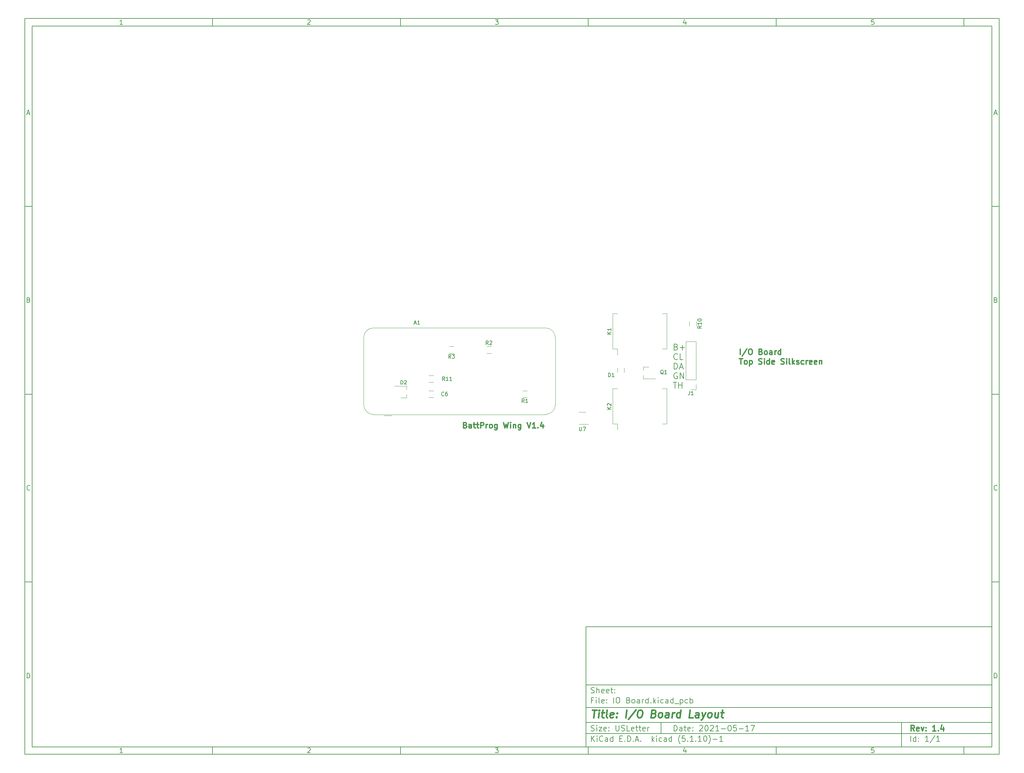
<source format=gbr>
G04 #@! TF.GenerationSoftware,KiCad,Pcbnew,(5.1.10)-1*
G04 #@! TF.CreationDate,2021-05-21T10:06:19-04:00*
G04 #@! TF.ProjectId,IO Board,494f2042-6f61-4726-942e-6b696361645f,1.4*
G04 #@! TF.SameCoordinates,Original*
G04 #@! TF.FileFunction,Legend,Top*
G04 #@! TF.FilePolarity,Positive*
%FSLAX46Y46*%
G04 Gerber Fmt 4.6, Leading zero omitted, Abs format (unit mm)*
G04 Created by KiCad (PCBNEW (5.1.10)-1) date 2021-05-21 10:06:19*
%MOMM*%
%LPD*%
G01*
G04 APERTURE LIST*
%ADD10C,0.100000*%
%ADD11C,0.150000*%
%ADD12C,0.300000*%
%ADD13C,0.400000*%
%ADD14C,0.120000*%
%ADD15C,1.600000*%
%ADD16R,1.600000X1.600000*%
%ADD17R,1.900000X0.800000*%
%ADD18R,1.700000X1.700000*%
%ADD19O,1.700000X1.700000*%
%ADD20R,1.000000X3.000000*%
%ADD21R,1.560000X0.650000*%
G04 APERTURE END LIST*
D10*
D11*
X159400000Y-171900000D02*
X159400000Y-203900000D01*
X267400000Y-203900000D01*
X267400000Y-171900000D01*
X159400000Y-171900000D01*
D10*
D11*
X10000000Y-10000000D02*
X10000000Y-205900000D01*
X269400000Y-205900000D01*
X269400000Y-10000000D01*
X10000000Y-10000000D01*
D10*
D11*
X12000000Y-12000000D02*
X12000000Y-203900000D01*
X267400000Y-203900000D01*
X267400000Y-12000000D01*
X12000000Y-12000000D01*
D10*
D11*
X60000000Y-12000000D02*
X60000000Y-10000000D01*
D10*
D11*
X110000000Y-12000000D02*
X110000000Y-10000000D01*
D10*
D11*
X160000000Y-12000000D02*
X160000000Y-10000000D01*
D10*
D11*
X210000000Y-12000000D02*
X210000000Y-10000000D01*
D10*
D11*
X260000000Y-12000000D02*
X260000000Y-10000000D01*
D10*
D11*
X36065476Y-11588095D02*
X35322619Y-11588095D01*
X35694047Y-11588095D02*
X35694047Y-10288095D01*
X35570238Y-10473809D01*
X35446428Y-10597619D01*
X35322619Y-10659523D01*
D10*
D11*
X85322619Y-10411904D02*
X85384523Y-10350000D01*
X85508333Y-10288095D01*
X85817857Y-10288095D01*
X85941666Y-10350000D01*
X86003571Y-10411904D01*
X86065476Y-10535714D01*
X86065476Y-10659523D01*
X86003571Y-10845238D01*
X85260714Y-11588095D01*
X86065476Y-11588095D01*
D10*
D11*
X135260714Y-10288095D02*
X136065476Y-10288095D01*
X135632142Y-10783333D01*
X135817857Y-10783333D01*
X135941666Y-10845238D01*
X136003571Y-10907142D01*
X136065476Y-11030952D01*
X136065476Y-11340476D01*
X136003571Y-11464285D01*
X135941666Y-11526190D01*
X135817857Y-11588095D01*
X135446428Y-11588095D01*
X135322619Y-11526190D01*
X135260714Y-11464285D01*
D10*
D11*
X185941666Y-10721428D02*
X185941666Y-11588095D01*
X185632142Y-10226190D02*
X185322619Y-11154761D01*
X186127380Y-11154761D01*
D10*
D11*
X236003571Y-10288095D02*
X235384523Y-10288095D01*
X235322619Y-10907142D01*
X235384523Y-10845238D01*
X235508333Y-10783333D01*
X235817857Y-10783333D01*
X235941666Y-10845238D01*
X236003571Y-10907142D01*
X236065476Y-11030952D01*
X236065476Y-11340476D01*
X236003571Y-11464285D01*
X235941666Y-11526190D01*
X235817857Y-11588095D01*
X235508333Y-11588095D01*
X235384523Y-11526190D01*
X235322619Y-11464285D01*
D10*
D11*
X60000000Y-203900000D02*
X60000000Y-205900000D01*
D10*
D11*
X110000000Y-203900000D02*
X110000000Y-205900000D01*
D10*
D11*
X160000000Y-203900000D02*
X160000000Y-205900000D01*
D10*
D11*
X210000000Y-203900000D02*
X210000000Y-205900000D01*
D10*
D11*
X260000000Y-203900000D02*
X260000000Y-205900000D01*
D10*
D11*
X36065476Y-205488095D02*
X35322619Y-205488095D01*
X35694047Y-205488095D02*
X35694047Y-204188095D01*
X35570238Y-204373809D01*
X35446428Y-204497619D01*
X35322619Y-204559523D01*
D10*
D11*
X85322619Y-204311904D02*
X85384523Y-204250000D01*
X85508333Y-204188095D01*
X85817857Y-204188095D01*
X85941666Y-204250000D01*
X86003571Y-204311904D01*
X86065476Y-204435714D01*
X86065476Y-204559523D01*
X86003571Y-204745238D01*
X85260714Y-205488095D01*
X86065476Y-205488095D01*
D10*
D11*
X135260714Y-204188095D02*
X136065476Y-204188095D01*
X135632142Y-204683333D01*
X135817857Y-204683333D01*
X135941666Y-204745238D01*
X136003571Y-204807142D01*
X136065476Y-204930952D01*
X136065476Y-205240476D01*
X136003571Y-205364285D01*
X135941666Y-205426190D01*
X135817857Y-205488095D01*
X135446428Y-205488095D01*
X135322619Y-205426190D01*
X135260714Y-205364285D01*
D10*
D11*
X185941666Y-204621428D02*
X185941666Y-205488095D01*
X185632142Y-204126190D02*
X185322619Y-205054761D01*
X186127380Y-205054761D01*
D10*
D11*
X236003571Y-204188095D02*
X235384523Y-204188095D01*
X235322619Y-204807142D01*
X235384523Y-204745238D01*
X235508333Y-204683333D01*
X235817857Y-204683333D01*
X235941666Y-204745238D01*
X236003571Y-204807142D01*
X236065476Y-204930952D01*
X236065476Y-205240476D01*
X236003571Y-205364285D01*
X235941666Y-205426190D01*
X235817857Y-205488095D01*
X235508333Y-205488095D01*
X235384523Y-205426190D01*
X235322619Y-205364285D01*
D10*
D11*
X10000000Y-60000000D02*
X12000000Y-60000000D01*
D10*
D11*
X10000000Y-110000000D02*
X12000000Y-110000000D01*
D10*
D11*
X10000000Y-160000000D02*
X12000000Y-160000000D01*
D10*
D11*
X10690476Y-35216666D02*
X11309523Y-35216666D01*
X10566666Y-35588095D02*
X11000000Y-34288095D01*
X11433333Y-35588095D01*
D10*
D11*
X11092857Y-84907142D02*
X11278571Y-84969047D01*
X11340476Y-85030952D01*
X11402380Y-85154761D01*
X11402380Y-85340476D01*
X11340476Y-85464285D01*
X11278571Y-85526190D01*
X11154761Y-85588095D01*
X10659523Y-85588095D01*
X10659523Y-84288095D01*
X11092857Y-84288095D01*
X11216666Y-84350000D01*
X11278571Y-84411904D01*
X11340476Y-84535714D01*
X11340476Y-84659523D01*
X11278571Y-84783333D01*
X11216666Y-84845238D01*
X11092857Y-84907142D01*
X10659523Y-84907142D01*
D10*
D11*
X11402380Y-135464285D02*
X11340476Y-135526190D01*
X11154761Y-135588095D01*
X11030952Y-135588095D01*
X10845238Y-135526190D01*
X10721428Y-135402380D01*
X10659523Y-135278571D01*
X10597619Y-135030952D01*
X10597619Y-134845238D01*
X10659523Y-134597619D01*
X10721428Y-134473809D01*
X10845238Y-134350000D01*
X11030952Y-134288095D01*
X11154761Y-134288095D01*
X11340476Y-134350000D01*
X11402380Y-134411904D01*
D10*
D11*
X10659523Y-185588095D02*
X10659523Y-184288095D01*
X10969047Y-184288095D01*
X11154761Y-184350000D01*
X11278571Y-184473809D01*
X11340476Y-184597619D01*
X11402380Y-184845238D01*
X11402380Y-185030952D01*
X11340476Y-185278571D01*
X11278571Y-185402380D01*
X11154761Y-185526190D01*
X10969047Y-185588095D01*
X10659523Y-185588095D01*
D10*
D11*
X269400000Y-60000000D02*
X267400000Y-60000000D01*
D10*
D11*
X269400000Y-110000000D02*
X267400000Y-110000000D01*
D10*
D11*
X269400000Y-160000000D02*
X267400000Y-160000000D01*
D10*
D11*
X268090476Y-35216666D02*
X268709523Y-35216666D01*
X267966666Y-35588095D02*
X268400000Y-34288095D01*
X268833333Y-35588095D01*
D10*
D11*
X268492857Y-84907142D02*
X268678571Y-84969047D01*
X268740476Y-85030952D01*
X268802380Y-85154761D01*
X268802380Y-85340476D01*
X268740476Y-85464285D01*
X268678571Y-85526190D01*
X268554761Y-85588095D01*
X268059523Y-85588095D01*
X268059523Y-84288095D01*
X268492857Y-84288095D01*
X268616666Y-84350000D01*
X268678571Y-84411904D01*
X268740476Y-84535714D01*
X268740476Y-84659523D01*
X268678571Y-84783333D01*
X268616666Y-84845238D01*
X268492857Y-84907142D01*
X268059523Y-84907142D01*
D10*
D11*
X268802380Y-135464285D02*
X268740476Y-135526190D01*
X268554761Y-135588095D01*
X268430952Y-135588095D01*
X268245238Y-135526190D01*
X268121428Y-135402380D01*
X268059523Y-135278571D01*
X267997619Y-135030952D01*
X267997619Y-134845238D01*
X268059523Y-134597619D01*
X268121428Y-134473809D01*
X268245238Y-134350000D01*
X268430952Y-134288095D01*
X268554761Y-134288095D01*
X268740476Y-134350000D01*
X268802380Y-134411904D01*
D10*
D11*
X268059523Y-185588095D02*
X268059523Y-184288095D01*
X268369047Y-184288095D01*
X268554761Y-184350000D01*
X268678571Y-184473809D01*
X268740476Y-184597619D01*
X268802380Y-184845238D01*
X268802380Y-185030952D01*
X268740476Y-185278571D01*
X268678571Y-185402380D01*
X268554761Y-185526190D01*
X268369047Y-185588095D01*
X268059523Y-185588095D01*
D10*
D11*
X182832142Y-199678571D02*
X182832142Y-198178571D01*
X183189285Y-198178571D01*
X183403571Y-198250000D01*
X183546428Y-198392857D01*
X183617857Y-198535714D01*
X183689285Y-198821428D01*
X183689285Y-199035714D01*
X183617857Y-199321428D01*
X183546428Y-199464285D01*
X183403571Y-199607142D01*
X183189285Y-199678571D01*
X182832142Y-199678571D01*
X184975000Y-199678571D02*
X184975000Y-198892857D01*
X184903571Y-198750000D01*
X184760714Y-198678571D01*
X184475000Y-198678571D01*
X184332142Y-198750000D01*
X184975000Y-199607142D02*
X184832142Y-199678571D01*
X184475000Y-199678571D01*
X184332142Y-199607142D01*
X184260714Y-199464285D01*
X184260714Y-199321428D01*
X184332142Y-199178571D01*
X184475000Y-199107142D01*
X184832142Y-199107142D01*
X184975000Y-199035714D01*
X185475000Y-198678571D02*
X186046428Y-198678571D01*
X185689285Y-198178571D02*
X185689285Y-199464285D01*
X185760714Y-199607142D01*
X185903571Y-199678571D01*
X186046428Y-199678571D01*
X187117857Y-199607142D02*
X186975000Y-199678571D01*
X186689285Y-199678571D01*
X186546428Y-199607142D01*
X186475000Y-199464285D01*
X186475000Y-198892857D01*
X186546428Y-198750000D01*
X186689285Y-198678571D01*
X186975000Y-198678571D01*
X187117857Y-198750000D01*
X187189285Y-198892857D01*
X187189285Y-199035714D01*
X186475000Y-199178571D01*
X187832142Y-199535714D02*
X187903571Y-199607142D01*
X187832142Y-199678571D01*
X187760714Y-199607142D01*
X187832142Y-199535714D01*
X187832142Y-199678571D01*
X187832142Y-198750000D02*
X187903571Y-198821428D01*
X187832142Y-198892857D01*
X187760714Y-198821428D01*
X187832142Y-198750000D01*
X187832142Y-198892857D01*
X189617857Y-198321428D02*
X189689285Y-198250000D01*
X189832142Y-198178571D01*
X190189285Y-198178571D01*
X190332142Y-198250000D01*
X190403571Y-198321428D01*
X190475000Y-198464285D01*
X190475000Y-198607142D01*
X190403571Y-198821428D01*
X189546428Y-199678571D01*
X190475000Y-199678571D01*
X191403571Y-198178571D02*
X191546428Y-198178571D01*
X191689285Y-198250000D01*
X191760714Y-198321428D01*
X191832142Y-198464285D01*
X191903571Y-198750000D01*
X191903571Y-199107142D01*
X191832142Y-199392857D01*
X191760714Y-199535714D01*
X191689285Y-199607142D01*
X191546428Y-199678571D01*
X191403571Y-199678571D01*
X191260714Y-199607142D01*
X191189285Y-199535714D01*
X191117857Y-199392857D01*
X191046428Y-199107142D01*
X191046428Y-198750000D01*
X191117857Y-198464285D01*
X191189285Y-198321428D01*
X191260714Y-198250000D01*
X191403571Y-198178571D01*
X192475000Y-198321428D02*
X192546428Y-198250000D01*
X192689285Y-198178571D01*
X193046428Y-198178571D01*
X193189285Y-198250000D01*
X193260714Y-198321428D01*
X193332142Y-198464285D01*
X193332142Y-198607142D01*
X193260714Y-198821428D01*
X192403571Y-199678571D01*
X193332142Y-199678571D01*
X194760714Y-199678571D02*
X193903571Y-199678571D01*
X194332142Y-199678571D02*
X194332142Y-198178571D01*
X194189285Y-198392857D01*
X194046428Y-198535714D01*
X193903571Y-198607142D01*
X195403571Y-199107142D02*
X196546428Y-199107142D01*
X197546428Y-198178571D02*
X197689285Y-198178571D01*
X197832142Y-198250000D01*
X197903571Y-198321428D01*
X197975000Y-198464285D01*
X198046428Y-198750000D01*
X198046428Y-199107142D01*
X197975000Y-199392857D01*
X197903571Y-199535714D01*
X197832142Y-199607142D01*
X197689285Y-199678571D01*
X197546428Y-199678571D01*
X197403571Y-199607142D01*
X197332142Y-199535714D01*
X197260714Y-199392857D01*
X197189285Y-199107142D01*
X197189285Y-198750000D01*
X197260714Y-198464285D01*
X197332142Y-198321428D01*
X197403571Y-198250000D01*
X197546428Y-198178571D01*
X199403571Y-198178571D02*
X198689285Y-198178571D01*
X198617857Y-198892857D01*
X198689285Y-198821428D01*
X198832142Y-198750000D01*
X199189285Y-198750000D01*
X199332142Y-198821428D01*
X199403571Y-198892857D01*
X199475000Y-199035714D01*
X199475000Y-199392857D01*
X199403571Y-199535714D01*
X199332142Y-199607142D01*
X199189285Y-199678571D01*
X198832142Y-199678571D01*
X198689285Y-199607142D01*
X198617857Y-199535714D01*
X200117857Y-199107142D02*
X201260714Y-199107142D01*
X202760714Y-199678571D02*
X201903571Y-199678571D01*
X202332142Y-199678571D02*
X202332142Y-198178571D01*
X202189285Y-198392857D01*
X202046428Y-198535714D01*
X201903571Y-198607142D01*
X203260714Y-198178571D02*
X204260714Y-198178571D01*
X203617857Y-199678571D01*
D10*
D11*
X159400000Y-200400000D02*
X267400000Y-200400000D01*
D10*
D11*
X160832142Y-202478571D02*
X160832142Y-200978571D01*
X161689285Y-202478571D02*
X161046428Y-201621428D01*
X161689285Y-200978571D02*
X160832142Y-201835714D01*
X162332142Y-202478571D02*
X162332142Y-201478571D01*
X162332142Y-200978571D02*
X162260714Y-201050000D01*
X162332142Y-201121428D01*
X162403571Y-201050000D01*
X162332142Y-200978571D01*
X162332142Y-201121428D01*
X163903571Y-202335714D02*
X163832142Y-202407142D01*
X163617857Y-202478571D01*
X163475000Y-202478571D01*
X163260714Y-202407142D01*
X163117857Y-202264285D01*
X163046428Y-202121428D01*
X162975000Y-201835714D01*
X162975000Y-201621428D01*
X163046428Y-201335714D01*
X163117857Y-201192857D01*
X163260714Y-201050000D01*
X163475000Y-200978571D01*
X163617857Y-200978571D01*
X163832142Y-201050000D01*
X163903571Y-201121428D01*
X165189285Y-202478571D02*
X165189285Y-201692857D01*
X165117857Y-201550000D01*
X164975000Y-201478571D01*
X164689285Y-201478571D01*
X164546428Y-201550000D01*
X165189285Y-202407142D02*
X165046428Y-202478571D01*
X164689285Y-202478571D01*
X164546428Y-202407142D01*
X164475000Y-202264285D01*
X164475000Y-202121428D01*
X164546428Y-201978571D01*
X164689285Y-201907142D01*
X165046428Y-201907142D01*
X165189285Y-201835714D01*
X166546428Y-202478571D02*
X166546428Y-200978571D01*
X166546428Y-202407142D02*
X166403571Y-202478571D01*
X166117857Y-202478571D01*
X165975000Y-202407142D01*
X165903571Y-202335714D01*
X165832142Y-202192857D01*
X165832142Y-201764285D01*
X165903571Y-201621428D01*
X165975000Y-201550000D01*
X166117857Y-201478571D01*
X166403571Y-201478571D01*
X166546428Y-201550000D01*
X168403571Y-201692857D02*
X168903571Y-201692857D01*
X169117857Y-202478571D02*
X168403571Y-202478571D01*
X168403571Y-200978571D01*
X169117857Y-200978571D01*
X169760714Y-202335714D02*
X169832142Y-202407142D01*
X169760714Y-202478571D01*
X169689285Y-202407142D01*
X169760714Y-202335714D01*
X169760714Y-202478571D01*
X170475000Y-202478571D02*
X170475000Y-200978571D01*
X170832142Y-200978571D01*
X171046428Y-201050000D01*
X171189285Y-201192857D01*
X171260714Y-201335714D01*
X171332142Y-201621428D01*
X171332142Y-201835714D01*
X171260714Y-202121428D01*
X171189285Y-202264285D01*
X171046428Y-202407142D01*
X170832142Y-202478571D01*
X170475000Y-202478571D01*
X171975000Y-202335714D02*
X172046428Y-202407142D01*
X171975000Y-202478571D01*
X171903571Y-202407142D01*
X171975000Y-202335714D01*
X171975000Y-202478571D01*
X172617857Y-202050000D02*
X173332142Y-202050000D01*
X172475000Y-202478571D02*
X172975000Y-200978571D01*
X173475000Y-202478571D01*
X173975000Y-202335714D02*
X174046428Y-202407142D01*
X173975000Y-202478571D01*
X173903571Y-202407142D01*
X173975000Y-202335714D01*
X173975000Y-202478571D01*
X176975000Y-202478571D02*
X176975000Y-200978571D01*
X177117857Y-201907142D02*
X177546428Y-202478571D01*
X177546428Y-201478571D02*
X176975000Y-202050000D01*
X178189285Y-202478571D02*
X178189285Y-201478571D01*
X178189285Y-200978571D02*
X178117857Y-201050000D01*
X178189285Y-201121428D01*
X178260714Y-201050000D01*
X178189285Y-200978571D01*
X178189285Y-201121428D01*
X179546428Y-202407142D02*
X179403571Y-202478571D01*
X179117857Y-202478571D01*
X178975000Y-202407142D01*
X178903571Y-202335714D01*
X178832142Y-202192857D01*
X178832142Y-201764285D01*
X178903571Y-201621428D01*
X178975000Y-201550000D01*
X179117857Y-201478571D01*
X179403571Y-201478571D01*
X179546428Y-201550000D01*
X180832142Y-202478571D02*
X180832142Y-201692857D01*
X180760714Y-201550000D01*
X180617857Y-201478571D01*
X180332142Y-201478571D01*
X180189285Y-201550000D01*
X180832142Y-202407142D02*
X180689285Y-202478571D01*
X180332142Y-202478571D01*
X180189285Y-202407142D01*
X180117857Y-202264285D01*
X180117857Y-202121428D01*
X180189285Y-201978571D01*
X180332142Y-201907142D01*
X180689285Y-201907142D01*
X180832142Y-201835714D01*
X182189285Y-202478571D02*
X182189285Y-200978571D01*
X182189285Y-202407142D02*
X182046428Y-202478571D01*
X181760714Y-202478571D01*
X181617857Y-202407142D01*
X181546428Y-202335714D01*
X181475000Y-202192857D01*
X181475000Y-201764285D01*
X181546428Y-201621428D01*
X181617857Y-201550000D01*
X181760714Y-201478571D01*
X182046428Y-201478571D01*
X182189285Y-201550000D01*
X184475000Y-203050000D02*
X184403571Y-202978571D01*
X184260714Y-202764285D01*
X184189285Y-202621428D01*
X184117857Y-202407142D01*
X184046428Y-202050000D01*
X184046428Y-201764285D01*
X184117857Y-201407142D01*
X184189285Y-201192857D01*
X184260714Y-201050000D01*
X184403571Y-200835714D01*
X184475000Y-200764285D01*
X185760714Y-200978571D02*
X185046428Y-200978571D01*
X184975000Y-201692857D01*
X185046428Y-201621428D01*
X185189285Y-201550000D01*
X185546428Y-201550000D01*
X185689285Y-201621428D01*
X185760714Y-201692857D01*
X185832142Y-201835714D01*
X185832142Y-202192857D01*
X185760714Y-202335714D01*
X185689285Y-202407142D01*
X185546428Y-202478571D01*
X185189285Y-202478571D01*
X185046428Y-202407142D01*
X184975000Y-202335714D01*
X186475000Y-202335714D02*
X186546428Y-202407142D01*
X186475000Y-202478571D01*
X186403571Y-202407142D01*
X186475000Y-202335714D01*
X186475000Y-202478571D01*
X187975000Y-202478571D02*
X187117857Y-202478571D01*
X187546428Y-202478571D02*
X187546428Y-200978571D01*
X187403571Y-201192857D01*
X187260714Y-201335714D01*
X187117857Y-201407142D01*
X188617857Y-202335714D02*
X188689285Y-202407142D01*
X188617857Y-202478571D01*
X188546428Y-202407142D01*
X188617857Y-202335714D01*
X188617857Y-202478571D01*
X190117857Y-202478571D02*
X189260714Y-202478571D01*
X189689285Y-202478571D02*
X189689285Y-200978571D01*
X189546428Y-201192857D01*
X189403571Y-201335714D01*
X189260714Y-201407142D01*
X191046428Y-200978571D02*
X191189285Y-200978571D01*
X191332142Y-201050000D01*
X191403571Y-201121428D01*
X191475000Y-201264285D01*
X191546428Y-201550000D01*
X191546428Y-201907142D01*
X191475000Y-202192857D01*
X191403571Y-202335714D01*
X191332142Y-202407142D01*
X191189285Y-202478571D01*
X191046428Y-202478571D01*
X190903571Y-202407142D01*
X190832142Y-202335714D01*
X190760714Y-202192857D01*
X190689285Y-201907142D01*
X190689285Y-201550000D01*
X190760714Y-201264285D01*
X190832142Y-201121428D01*
X190903571Y-201050000D01*
X191046428Y-200978571D01*
X192046428Y-203050000D02*
X192117857Y-202978571D01*
X192260714Y-202764285D01*
X192332142Y-202621428D01*
X192403571Y-202407142D01*
X192475000Y-202050000D01*
X192475000Y-201764285D01*
X192403571Y-201407142D01*
X192332142Y-201192857D01*
X192260714Y-201050000D01*
X192117857Y-200835714D01*
X192046428Y-200764285D01*
X193189285Y-201907142D02*
X194332142Y-201907142D01*
X195832142Y-202478571D02*
X194975000Y-202478571D01*
X195403571Y-202478571D02*
X195403571Y-200978571D01*
X195260714Y-201192857D01*
X195117857Y-201335714D01*
X194975000Y-201407142D01*
D10*
D11*
X159400000Y-197400000D02*
X267400000Y-197400000D01*
D10*
D12*
X246809285Y-199678571D02*
X246309285Y-198964285D01*
X245952142Y-199678571D02*
X245952142Y-198178571D01*
X246523571Y-198178571D01*
X246666428Y-198250000D01*
X246737857Y-198321428D01*
X246809285Y-198464285D01*
X246809285Y-198678571D01*
X246737857Y-198821428D01*
X246666428Y-198892857D01*
X246523571Y-198964285D01*
X245952142Y-198964285D01*
X248023571Y-199607142D02*
X247880714Y-199678571D01*
X247595000Y-199678571D01*
X247452142Y-199607142D01*
X247380714Y-199464285D01*
X247380714Y-198892857D01*
X247452142Y-198750000D01*
X247595000Y-198678571D01*
X247880714Y-198678571D01*
X248023571Y-198750000D01*
X248095000Y-198892857D01*
X248095000Y-199035714D01*
X247380714Y-199178571D01*
X248595000Y-198678571D02*
X248952142Y-199678571D01*
X249309285Y-198678571D01*
X249880714Y-199535714D02*
X249952142Y-199607142D01*
X249880714Y-199678571D01*
X249809285Y-199607142D01*
X249880714Y-199535714D01*
X249880714Y-199678571D01*
X249880714Y-198750000D02*
X249952142Y-198821428D01*
X249880714Y-198892857D01*
X249809285Y-198821428D01*
X249880714Y-198750000D01*
X249880714Y-198892857D01*
X252523571Y-199678571D02*
X251666428Y-199678571D01*
X252095000Y-199678571D02*
X252095000Y-198178571D01*
X251952142Y-198392857D01*
X251809285Y-198535714D01*
X251666428Y-198607142D01*
X253166428Y-199535714D02*
X253237857Y-199607142D01*
X253166428Y-199678571D01*
X253095000Y-199607142D01*
X253166428Y-199535714D01*
X253166428Y-199678571D01*
X254523571Y-198678571D02*
X254523571Y-199678571D01*
X254166428Y-198107142D02*
X253809285Y-199178571D01*
X254737857Y-199178571D01*
D10*
D11*
X160760714Y-199607142D02*
X160975000Y-199678571D01*
X161332142Y-199678571D01*
X161475000Y-199607142D01*
X161546428Y-199535714D01*
X161617857Y-199392857D01*
X161617857Y-199250000D01*
X161546428Y-199107142D01*
X161475000Y-199035714D01*
X161332142Y-198964285D01*
X161046428Y-198892857D01*
X160903571Y-198821428D01*
X160832142Y-198750000D01*
X160760714Y-198607142D01*
X160760714Y-198464285D01*
X160832142Y-198321428D01*
X160903571Y-198250000D01*
X161046428Y-198178571D01*
X161403571Y-198178571D01*
X161617857Y-198250000D01*
X162260714Y-199678571D02*
X162260714Y-198678571D01*
X162260714Y-198178571D02*
X162189285Y-198250000D01*
X162260714Y-198321428D01*
X162332142Y-198250000D01*
X162260714Y-198178571D01*
X162260714Y-198321428D01*
X162832142Y-198678571D02*
X163617857Y-198678571D01*
X162832142Y-199678571D01*
X163617857Y-199678571D01*
X164760714Y-199607142D02*
X164617857Y-199678571D01*
X164332142Y-199678571D01*
X164189285Y-199607142D01*
X164117857Y-199464285D01*
X164117857Y-198892857D01*
X164189285Y-198750000D01*
X164332142Y-198678571D01*
X164617857Y-198678571D01*
X164760714Y-198750000D01*
X164832142Y-198892857D01*
X164832142Y-199035714D01*
X164117857Y-199178571D01*
X165475000Y-199535714D02*
X165546428Y-199607142D01*
X165475000Y-199678571D01*
X165403571Y-199607142D01*
X165475000Y-199535714D01*
X165475000Y-199678571D01*
X165475000Y-198750000D02*
X165546428Y-198821428D01*
X165475000Y-198892857D01*
X165403571Y-198821428D01*
X165475000Y-198750000D01*
X165475000Y-198892857D01*
X167332142Y-198178571D02*
X167332142Y-199392857D01*
X167403571Y-199535714D01*
X167475000Y-199607142D01*
X167617857Y-199678571D01*
X167903571Y-199678571D01*
X168046428Y-199607142D01*
X168117857Y-199535714D01*
X168189285Y-199392857D01*
X168189285Y-198178571D01*
X168832142Y-199607142D02*
X169046428Y-199678571D01*
X169403571Y-199678571D01*
X169546428Y-199607142D01*
X169617857Y-199535714D01*
X169689285Y-199392857D01*
X169689285Y-199250000D01*
X169617857Y-199107142D01*
X169546428Y-199035714D01*
X169403571Y-198964285D01*
X169117857Y-198892857D01*
X168975000Y-198821428D01*
X168903571Y-198750000D01*
X168832142Y-198607142D01*
X168832142Y-198464285D01*
X168903571Y-198321428D01*
X168975000Y-198250000D01*
X169117857Y-198178571D01*
X169475000Y-198178571D01*
X169689285Y-198250000D01*
X171046428Y-199678571D02*
X170332142Y-199678571D01*
X170332142Y-198178571D01*
X172117857Y-199607142D02*
X171975000Y-199678571D01*
X171689285Y-199678571D01*
X171546428Y-199607142D01*
X171475000Y-199464285D01*
X171475000Y-198892857D01*
X171546428Y-198750000D01*
X171689285Y-198678571D01*
X171975000Y-198678571D01*
X172117857Y-198750000D01*
X172189285Y-198892857D01*
X172189285Y-199035714D01*
X171475000Y-199178571D01*
X172617857Y-198678571D02*
X173189285Y-198678571D01*
X172832142Y-198178571D02*
X172832142Y-199464285D01*
X172903571Y-199607142D01*
X173046428Y-199678571D01*
X173189285Y-199678571D01*
X173475000Y-198678571D02*
X174046428Y-198678571D01*
X173689285Y-198178571D02*
X173689285Y-199464285D01*
X173760714Y-199607142D01*
X173903571Y-199678571D01*
X174046428Y-199678571D01*
X175117857Y-199607142D02*
X174975000Y-199678571D01*
X174689285Y-199678571D01*
X174546428Y-199607142D01*
X174475000Y-199464285D01*
X174475000Y-198892857D01*
X174546428Y-198750000D01*
X174689285Y-198678571D01*
X174975000Y-198678571D01*
X175117857Y-198750000D01*
X175189285Y-198892857D01*
X175189285Y-199035714D01*
X174475000Y-199178571D01*
X175832142Y-199678571D02*
X175832142Y-198678571D01*
X175832142Y-198964285D02*
X175903571Y-198821428D01*
X175975000Y-198750000D01*
X176117857Y-198678571D01*
X176260714Y-198678571D01*
D10*
D11*
X245832142Y-202478571D02*
X245832142Y-200978571D01*
X247189285Y-202478571D02*
X247189285Y-200978571D01*
X247189285Y-202407142D02*
X247046428Y-202478571D01*
X246760714Y-202478571D01*
X246617857Y-202407142D01*
X246546428Y-202335714D01*
X246475000Y-202192857D01*
X246475000Y-201764285D01*
X246546428Y-201621428D01*
X246617857Y-201550000D01*
X246760714Y-201478571D01*
X247046428Y-201478571D01*
X247189285Y-201550000D01*
X247903571Y-202335714D02*
X247975000Y-202407142D01*
X247903571Y-202478571D01*
X247832142Y-202407142D01*
X247903571Y-202335714D01*
X247903571Y-202478571D01*
X247903571Y-201550000D02*
X247975000Y-201621428D01*
X247903571Y-201692857D01*
X247832142Y-201621428D01*
X247903571Y-201550000D01*
X247903571Y-201692857D01*
X250546428Y-202478571D02*
X249689285Y-202478571D01*
X250117857Y-202478571D02*
X250117857Y-200978571D01*
X249975000Y-201192857D01*
X249832142Y-201335714D01*
X249689285Y-201407142D01*
X252260714Y-200907142D02*
X250975000Y-202835714D01*
X253546428Y-202478571D02*
X252689285Y-202478571D01*
X253117857Y-202478571D02*
X253117857Y-200978571D01*
X252975000Y-201192857D01*
X252832142Y-201335714D01*
X252689285Y-201407142D01*
D10*
D11*
X159400000Y-193400000D02*
X267400000Y-193400000D01*
D10*
D13*
X161112380Y-194104761D02*
X162255238Y-194104761D01*
X161433809Y-196104761D02*
X161683809Y-194104761D01*
X162671904Y-196104761D02*
X162838571Y-194771428D01*
X162921904Y-194104761D02*
X162814761Y-194200000D01*
X162898095Y-194295238D01*
X163005238Y-194200000D01*
X162921904Y-194104761D01*
X162898095Y-194295238D01*
X163505238Y-194771428D02*
X164267142Y-194771428D01*
X163874285Y-194104761D02*
X163660000Y-195819047D01*
X163731428Y-196009523D01*
X163910000Y-196104761D01*
X164100476Y-196104761D01*
X165052857Y-196104761D02*
X164874285Y-196009523D01*
X164802857Y-195819047D01*
X165017142Y-194104761D01*
X166588571Y-196009523D02*
X166386190Y-196104761D01*
X166005238Y-196104761D01*
X165826666Y-196009523D01*
X165755238Y-195819047D01*
X165850476Y-195057142D01*
X165969523Y-194866666D01*
X166171904Y-194771428D01*
X166552857Y-194771428D01*
X166731428Y-194866666D01*
X166802857Y-195057142D01*
X166779047Y-195247619D01*
X165802857Y-195438095D01*
X167552857Y-195914285D02*
X167636190Y-196009523D01*
X167529047Y-196104761D01*
X167445714Y-196009523D01*
X167552857Y-195914285D01*
X167529047Y-196104761D01*
X167683809Y-194866666D02*
X167767142Y-194961904D01*
X167660000Y-195057142D01*
X167576666Y-194961904D01*
X167683809Y-194866666D01*
X167660000Y-195057142D01*
X170005238Y-196104761D02*
X170255238Y-194104761D01*
X172648095Y-194009523D02*
X170612380Y-196580952D01*
X173683809Y-194104761D02*
X174064761Y-194104761D01*
X174243333Y-194200000D01*
X174410000Y-194390476D01*
X174457619Y-194771428D01*
X174374285Y-195438095D01*
X174231428Y-195819047D01*
X174017142Y-196009523D01*
X173814761Y-196104761D01*
X173433809Y-196104761D01*
X173255238Y-196009523D01*
X173088571Y-195819047D01*
X173040952Y-195438095D01*
X173124285Y-194771428D01*
X173267142Y-194390476D01*
X173481428Y-194200000D01*
X173683809Y-194104761D01*
X177469523Y-195057142D02*
X177743333Y-195152380D01*
X177826666Y-195247619D01*
X177898095Y-195438095D01*
X177862380Y-195723809D01*
X177743333Y-195914285D01*
X177636190Y-196009523D01*
X177433809Y-196104761D01*
X176671904Y-196104761D01*
X176921904Y-194104761D01*
X177588571Y-194104761D01*
X177767142Y-194200000D01*
X177850476Y-194295238D01*
X177921904Y-194485714D01*
X177898095Y-194676190D01*
X177779047Y-194866666D01*
X177671904Y-194961904D01*
X177469523Y-195057142D01*
X176802857Y-195057142D01*
X178957619Y-196104761D02*
X178779047Y-196009523D01*
X178695714Y-195914285D01*
X178624285Y-195723809D01*
X178695714Y-195152380D01*
X178814761Y-194961904D01*
X178921904Y-194866666D01*
X179124285Y-194771428D01*
X179410000Y-194771428D01*
X179588571Y-194866666D01*
X179671904Y-194961904D01*
X179743333Y-195152380D01*
X179671904Y-195723809D01*
X179552857Y-195914285D01*
X179445714Y-196009523D01*
X179243333Y-196104761D01*
X178957619Y-196104761D01*
X181338571Y-196104761D02*
X181469523Y-195057142D01*
X181398095Y-194866666D01*
X181219523Y-194771428D01*
X180838571Y-194771428D01*
X180636190Y-194866666D01*
X181350476Y-196009523D02*
X181148095Y-196104761D01*
X180671904Y-196104761D01*
X180493333Y-196009523D01*
X180421904Y-195819047D01*
X180445714Y-195628571D01*
X180564761Y-195438095D01*
X180767142Y-195342857D01*
X181243333Y-195342857D01*
X181445714Y-195247619D01*
X182290952Y-196104761D02*
X182457619Y-194771428D01*
X182410000Y-195152380D02*
X182529047Y-194961904D01*
X182636190Y-194866666D01*
X182838571Y-194771428D01*
X183029047Y-194771428D01*
X184386190Y-196104761D02*
X184636190Y-194104761D01*
X184398095Y-196009523D02*
X184195714Y-196104761D01*
X183814761Y-196104761D01*
X183636190Y-196009523D01*
X183552857Y-195914285D01*
X183481428Y-195723809D01*
X183552857Y-195152380D01*
X183671904Y-194961904D01*
X183779047Y-194866666D01*
X183981428Y-194771428D01*
X184362380Y-194771428D01*
X184540952Y-194866666D01*
X187814761Y-196104761D02*
X186862380Y-196104761D01*
X187112380Y-194104761D01*
X189338571Y-196104761D02*
X189469523Y-195057142D01*
X189398095Y-194866666D01*
X189219523Y-194771428D01*
X188838571Y-194771428D01*
X188636190Y-194866666D01*
X189350476Y-196009523D02*
X189148095Y-196104761D01*
X188671904Y-196104761D01*
X188493333Y-196009523D01*
X188421904Y-195819047D01*
X188445714Y-195628571D01*
X188564761Y-195438095D01*
X188767142Y-195342857D01*
X189243333Y-195342857D01*
X189445714Y-195247619D01*
X190267142Y-194771428D02*
X190576666Y-196104761D01*
X191219523Y-194771428D02*
X190576666Y-196104761D01*
X190326666Y-196580952D01*
X190219523Y-196676190D01*
X190017142Y-196771428D01*
X192100476Y-196104761D02*
X191921904Y-196009523D01*
X191838571Y-195914285D01*
X191767142Y-195723809D01*
X191838571Y-195152380D01*
X191957619Y-194961904D01*
X192064761Y-194866666D01*
X192267142Y-194771428D01*
X192552857Y-194771428D01*
X192731428Y-194866666D01*
X192814761Y-194961904D01*
X192886190Y-195152380D01*
X192814761Y-195723809D01*
X192695714Y-195914285D01*
X192588571Y-196009523D01*
X192386190Y-196104761D01*
X192100476Y-196104761D01*
X194648095Y-194771428D02*
X194481428Y-196104761D01*
X193790952Y-194771428D02*
X193660000Y-195819047D01*
X193731428Y-196009523D01*
X193910000Y-196104761D01*
X194195714Y-196104761D01*
X194398095Y-196009523D01*
X194505238Y-195914285D01*
X195314761Y-194771428D02*
X196076666Y-194771428D01*
X195683809Y-194104761D02*
X195469523Y-195819047D01*
X195540952Y-196009523D01*
X195719523Y-196104761D01*
X195910000Y-196104761D01*
D10*
D11*
X161332142Y-191492857D02*
X160832142Y-191492857D01*
X160832142Y-192278571D02*
X160832142Y-190778571D01*
X161546428Y-190778571D01*
X162117857Y-192278571D02*
X162117857Y-191278571D01*
X162117857Y-190778571D02*
X162046428Y-190850000D01*
X162117857Y-190921428D01*
X162189285Y-190850000D01*
X162117857Y-190778571D01*
X162117857Y-190921428D01*
X163046428Y-192278571D02*
X162903571Y-192207142D01*
X162832142Y-192064285D01*
X162832142Y-190778571D01*
X164189285Y-192207142D02*
X164046428Y-192278571D01*
X163760714Y-192278571D01*
X163617857Y-192207142D01*
X163546428Y-192064285D01*
X163546428Y-191492857D01*
X163617857Y-191350000D01*
X163760714Y-191278571D01*
X164046428Y-191278571D01*
X164189285Y-191350000D01*
X164260714Y-191492857D01*
X164260714Y-191635714D01*
X163546428Y-191778571D01*
X164903571Y-192135714D02*
X164975000Y-192207142D01*
X164903571Y-192278571D01*
X164832142Y-192207142D01*
X164903571Y-192135714D01*
X164903571Y-192278571D01*
X164903571Y-191350000D02*
X164975000Y-191421428D01*
X164903571Y-191492857D01*
X164832142Y-191421428D01*
X164903571Y-191350000D01*
X164903571Y-191492857D01*
X166760714Y-192278571D02*
X166760714Y-190778571D01*
X167760714Y-190778571D02*
X168046428Y-190778571D01*
X168189285Y-190850000D01*
X168332142Y-190992857D01*
X168403571Y-191278571D01*
X168403571Y-191778571D01*
X168332142Y-192064285D01*
X168189285Y-192207142D01*
X168046428Y-192278571D01*
X167760714Y-192278571D01*
X167617857Y-192207142D01*
X167475000Y-192064285D01*
X167403571Y-191778571D01*
X167403571Y-191278571D01*
X167475000Y-190992857D01*
X167617857Y-190850000D01*
X167760714Y-190778571D01*
X170689285Y-191492857D02*
X170903571Y-191564285D01*
X170975000Y-191635714D01*
X171046428Y-191778571D01*
X171046428Y-191992857D01*
X170975000Y-192135714D01*
X170903571Y-192207142D01*
X170760714Y-192278571D01*
X170189285Y-192278571D01*
X170189285Y-190778571D01*
X170689285Y-190778571D01*
X170832142Y-190850000D01*
X170903571Y-190921428D01*
X170975000Y-191064285D01*
X170975000Y-191207142D01*
X170903571Y-191350000D01*
X170832142Y-191421428D01*
X170689285Y-191492857D01*
X170189285Y-191492857D01*
X171903571Y-192278571D02*
X171760714Y-192207142D01*
X171689285Y-192135714D01*
X171617857Y-191992857D01*
X171617857Y-191564285D01*
X171689285Y-191421428D01*
X171760714Y-191350000D01*
X171903571Y-191278571D01*
X172117857Y-191278571D01*
X172260714Y-191350000D01*
X172332142Y-191421428D01*
X172403571Y-191564285D01*
X172403571Y-191992857D01*
X172332142Y-192135714D01*
X172260714Y-192207142D01*
X172117857Y-192278571D01*
X171903571Y-192278571D01*
X173689285Y-192278571D02*
X173689285Y-191492857D01*
X173617857Y-191350000D01*
X173475000Y-191278571D01*
X173189285Y-191278571D01*
X173046428Y-191350000D01*
X173689285Y-192207142D02*
X173546428Y-192278571D01*
X173189285Y-192278571D01*
X173046428Y-192207142D01*
X172975000Y-192064285D01*
X172975000Y-191921428D01*
X173046428Y-191778571D01*
X173189285Y-191707142D01*
X173546428Y-191707142D01*
X173689285Y-191635714D01*
X174403571Y-192278571D02*
X174403571Y-191278571D01*
X174403571Y-191564285D02*
X174475000Y-191421428D01*
X174546428Y-191350000D01*
X174689285Y-191278571D01*
X174832142Y-191278571D01*
X175975000Y-192278571D02*
X175975000Y-190778571D01*
X175975000Y-192207142D02*
X175832142Y-192278571D01*
X175546428Y-192278571D01*
X175403571Y-192207142D01*
X175332142Y-192135714D01*
X175260714Y-191992857D01*
X175260714Y-191564285D01*
X175332142Y-191421428D01*
X175403571Y-191350000D01*
X175546428Y-191278571D01*
X175832142Y-191278571D01*
X175975000Y-191350000D01*
X176689285Y-192135714D02*
X176760714Y-192207142D01*
X176689285Y-192278571D01*
X176617857Y-192207142D01*
X176689285Y-192135714D01*
X176689285Y-192278571D01*
X177403571Y-192278571D02*
X177403571Y-190778571D01*
X177546428Y-191707142D02*
X177975000Y-192278571D01*
X177975000Y-191278571D02*
X177403571Y-191850000D01*
X178617857Y-192278571D02*
X178617857Y-191278571D01*
X178617857Y-190778571D02*
X178546428Y-190850000D01*
X178617857Y-190921428D01*
X178689285Y-190850000D01*
X178617857Y-190778571D01*
X178617857Y-190921428D01*
X179975000Y-192207142D02*
X179832142Y-192278571D01*
X179546428Y-192278571D01*
X179403571Y-192207142D01*
X179332142Y-192135714D01*
X179260714Y-191992857D01*
X179260714Y-191564285D01*
X179332142Y-191421428D01*
X179403571Y-191350000D01*
X179546428Y-191278571D01*
X179832142Y-191278571D01*
X179975000Y-191350000D01*
X181260714Y-192278571D02*
X181260714Y-191492857D01*
X181189285Y-191350000D01*
X181046428Y-191278571D01*
X180760714Y-191278571D01*
X180617857Y-191350000D01*
X181260714Y-192207142D02*
X181117857Y-192278571D01*
X180760714Y-192278571D01*
X180617857Y-192207142D01*
X180546428Y-192064285D01*
X180546428Y-191921428D01*
X180617857Y-191778571D01*
X180760714Y-191707142D01*
X181117857Y-191707142D01*
X181260714Y-191635714D01*
X182617857Y-192278571D02*
X182617857Y-190778571D01*
X182617857Y-192207142D02*
X182475000Y-192278571D01*
X182189285Y-192278571D01*
X182046428Y-192207142D01*
X181975000Y-192135714D01*
X181903571Y-191992857D01*
X181903571Y-191564285D01*
X181975000Y-191421428D01*
X182046428Y-191350000D01*
X182189285Y-191278571D01*
X182475000Y-191278571D01*
X182617857Y-191350000D01*
X182975000Y-192421428D02*
X184117857Y-192421428D01*
X184475000Y-191278571D02*
X184475000Y-192778571D01*
X184475000Y-191350000D02*
X184617857Y-191278571D01*
X184903571Y-191278571D01*
X185046428Y-191350000D01*
X185117857Y-191421428D01*
X185189285Y-191564285D01*
X185189285Y-191992857D01*
X185117857Y-192135714D01*
X185046428Y-192207142D01*
X184903571Y-192278571D01*
X184617857Y-192278571D01*
X184475000Y-192207142D01*
X186475000Y-192207142D02*
X186332142Y-192278571D01*
X186046428Y-192278571D01*
X185903571Y-192207142D01*
X185832142Y-192135714D01*
X185760714Y-191992857D01*
X185760714Y-191564285D01*
X185832142Y-191421428D01*
X185903571Y-191350000D01*
X186046428Y-191278571D01*
X186332142Y-191278571D01*
X186475000Y-191350000D01*
X187117857Y-192278571D02*
X187117857Y-190778571D01*
X187117857Y-191350000D02*
X187260714Y-191278571D01*
X187546428Y-191278571D01*
X187689285Y-191350000D01*
X187760714Y-191421428D01*
X187832142Y-191564285D01*
X187832142Y-191992857D01*
X187760714Y-192135714D01*
X187689285Y-192207142D01*
X187546428Y-192278571D01*
X187260714Y-192278571D01*
X187117857Y-192207142D01*
D10*
D11*
X159400000Y-187400000D02*
X267400000Y-187400000D01*
D10*
D11*
X160760714Y-189507142D02*
X160975000Y-189578571D01*
X161332142Y-189578571D01*
X161475000Y-189507142D01*
X161546428Y-189435714D01*
X161617857Y-189292857D01*
X161617857Y-189150000D01*
X161546428Y-189007142D01*
X161475000Y-188935714D01*
X161332142Y-188864285D01*
X161046428Y-188792857D01*
X160903571Y-188721428D01*
X160832142Y-188650000D01*
X160760714Y-188507142D01*
X160760714Y-188364285D01*
X160832142Y-188221428D01*
X160903571Y-188150000D01*
X161046428Y-188078571D01*
X161403571Y-188078571D01*
X161617857Y-188150000D01*
X162260714Y-189578571D02*
X162260714Y-188078571D01*
X162903571Y-189578571D02*
X162903571Y-188792857D01*
X162832142Y-188650000D01*
X162689285Y-188578571D01*
X162475000Y-188578571D01*
X162332142Y-188650000D01*
X162260714Y-188721428D01*
X164189285Y-189507142D02*
X164046428Y-189578571D01*
X163760714Y-189578571D01*
X163617857Y-189507142D01*
X163546428Y-189364285D01*
X163546428Y-188792857D01*
X163617857Y-188650000D01*
X163760714Y-188578571D01*
X164046428Y-188578571D01*
X164189285Y-188650000D01*
X164260714Y-188792857D01*
X164260714Y-188935714D01*
X163546428Y-189078571D01*
X165475000Y-189507142D02*
X165332142Y-189578571D01*
X165046428Y-189578571D01*
X164903571Y-189507142D01*
X164832142Y-189364285D01*
X164832142Y-188792857D01*
X164903571Y-188650000D01*
X165046428Y-188578571D01*
X165332142Y-188578571D01*
X165475000Y-188650000D01*
X165546428Y-188792857D01*
X165546428Y-188935714D01*
X164832142Y-189078571D01*
X165975000Y-188578571D02*
X166546428Y-188578571D01*
X166189285Y-188078571D02*
X166189285Y-189364285D01*
X166260714Y-189507142D01*
X166403571Y-189578571D01*
X166546428Y-189578571D01*
X167046428Y-189435714D02*
X167117857Y-189507142D01*
X167046428Y-189578571D01*
X166975000Y-189507142D01*
X167046428Y-189435714D01*
X167046428Y-189578571D01*
X167046428Y-188650000D02*
X167117857Y-188721428D01*
X167046428Y-188792857D01*
X166975000Y-188721428D01*
X167046428Y-188650000D01*
X167046428Y-188792857D01*
D10*
D11*
X179400000Y-197400000D02*
X179400000Y-200400000D01*
D10*
D11*
X243400000Y-197400000D02*
X243400000Y-203900000D01*
D12*
X200450142Y-99479571D02*
X200450142Y-97979571D01*
X202235857Y-97908142D02*
X200950142Y-99836714D01*
X203021571Y-97979571D02*
X203307285Y-97979571D01*
X203450142Y-98051000D01*
X203593000Y-98193857D01*
X203664428Y-98479571D01*
X203664428Y-98979571D01*
X203593000Y-99265285D01*
X203450142Y-99408142D01*
X203307285Y-99479571D01*
X203021571Y-99479571D01*
X202878714Y-99408142D01*
X202735857Y-99265285D01*
X202664428Y-98979571D01*
X202664428Y-98479571D01*
X202735857Y-98193857D01*
X202878714Y-98051000D01*
X203021571Y-97979571D01*
X205950142Y-98693857D02*
X206164428Y-98765285D01*
X206235857Y-98836714D01*
X206307285Y-98979571D01*
X206307285Y-99193857D01*
X206235857Y-99336714D01*
X206164428Y-99408142D01*
X206021571Y-99479571D01*
X205450142Y-99479571D01*
X205450142Y-97979571D01*
X205950142Y-97979571D01*
X206093000Y-98051000D01*
X206164428Y-98122428D01*
X206235857Y-98265285D01*
X206235857Y-98408142D01*
X206164428Y-98551000D01*
X206093000Y-98622428D01*
X205950142Y-98693857D01*
X205450142Y-98693857D01*
X207164428Y-99479571D02*
X207021571Y-99408142D01*
X206950142Y-99336714D01*
X206878714Y-99193857D01*
X206878714Y-98765285D01*
X206950142Y-98622428D01*
X207021571Y-98551000D01*
X207164428Y-98479571D01*
X207378714Y-98479571D01*
X207521571Y-98551000D01*
X207593000Y-98622428D01*
X207664428Y-98765285D01*
X207664428Y-99193857D01*
X207593000Y-99336714D01*
X207521571Y-99408142D01*
X207378714Y-99479571D01*
X207164428Y-99479571D01*
X208950142Y-99479571D02*
X208950142Y-98693857D01*
X208878714Y-98551000D01*
X208735857Y-98479571D01*
X208450142Y-98479571D01*
X208307285Y-98551000D01*
X208950142Y-99408142D02*
X208807285Y-99479571D01*
X208450142Y-99479571D01*
X208307285Y-99408142D01*
X208235857Y-99265285D01*
X208235857Y-99122428D01*
X208307285Y-98979571D01*
X208450142Y-98908142D01*
X208807285Y-98908142D01*
X208950142Y-98836714D01*
X209664428Y-99479571D02*
X209664428Y-98479571D01*
X209664428Y-98765285D02*
X209735857Y-98622428D01*
X209807285Y-98551000D01*
X209950142Y-98479571D01*
X210093000Y-98479571D01*
X211235857Y-99479571D02*
X211235857Y-97979571D01*
X211235857Y-99408142D02*
X211093000Y-99479571D01*
X210807285Y-99479571D01*
X210664428Y-99408142D01*
X210593000Y-99336714D01*
X210521571Y-99193857D01*
X210521571Y-98765285D01*
X210593000Y-98622428D01*
X210664428Y-98551000D01*
X210807285Y-98479571D01*
X211093000Y-98479571D01*
X211235857Y-98551000D01*
X200235857Y-100529571D02*
X201093000Y-100529571D01*
X200664428Y-102029571D02*
X200664428Y-100529571D01*
X201807285Y-102029571D02*
X201664428Y-101958142D01*
X201593000Y-101886714D01*
X201521571Y-101743857D01*
X201521571Y-101315285D01*
X201593000Y-101172428D01*
X201664428Y-101101000D01*
X201807285Y-101029571D01*
X202021571Y-101029571D01*
X202164428Y-101101000D01*
X202235857Y-101172428D01*
X202307285Y-101315285D01*
X202307285Y-101743857D01*
X202235857Y-101886714D01*
X202164428Y-101958142D01*
X202021571Y-102029571D01*
X201807285Y-102029571D01*
X202950142Y-101029571D02*
X202950142Y-102529571D01*
X202950142Y-101101000D02*
X203093000Y-101029571D01*
X203378714Y-101029571D01*
X203521571Y-101101000D01*
X203593000Y-101172428D01*
X203664428Y-101315285D01*
X203664428Y-101743857D01*
X203593000Y-101886714D01*
X203521571Y-101958142D01*
X203378714Y-102029571D01*
X203093000Y-102029571D01*
X202950142Y-101958142D01*
X205378714Y-101958142D02*
X205593000Y-102029571D01*
X205950142Y-102029571D01*
X206093000Y-101958142D01*
X206164428Y-101886714D01*
X206235857Y-101743857D01*
X206235857Y-101601000D01*
X206164428Y-101458142D01*
X206093000Y-101386714D01*
X205950142Y-101315285D01*
X205664428Y-101243857D01*
X205521571Y-101172428D01*
X205450142Y-101101000D01*
X205378714Y-100958142D01*
X205378714Y-100815285D01*
X205450142Y-100672428D01*
X205521571Y-100601000D01*
X205664428Y-100529571D01*
X206021571Y-100529571D01*
X206235857Y-100601000D01*
X206878714Y-102029571D02*
X206878714Y-101029571D01*
X206878714Y-100529571D02*
X206807285Y-100601000D01*
X206878714Y-100672428D01*
X206950142Y-100601000D01*
X206878714Y-100529571D01*
X206878714Y-100672428D01*
X208235857Y-102029571D02*
X208235857Y-100529571D01*
X208235857Y-101958142D02*
X208093000Y-102029571D01*
X207807285Y-102029571D01*
X207664428Y-101958142D01*
X207593000Y-101886714D01*
X207521571Y-101743857D01*
X207521571Y-101315285D01*
X207593000Y-101172428D01*
X207664428Y-101101000D01*
X207807285Y-101029571D01*
X208093000Y-101029571D01*
X208235857Y-101101000D01*
X209521571Y-101958142D02*
X209378714Y-102029571D01*
X209093000Y-102029571D01*
X208950142Y-101958142D01*
X208878714Y-101815285D01*
X208878714Y-101243857D01*
X208950142Y-101101000D01*
X209093000Y-101029571D01*
X209378714Y-101029571D01*
X209521571Y-101101000D01*
X209593000Y-101243857D01*
X209593000Y-101386714D01*
X208878714Y-101529571D01*
X211307285Y-101958142D02*
X211521571Y-102029571D01*
X211878714Y-102029571D01*
X212021571Y-101958142D01*
X212093000Y-101886714D01*
X212164428Y-101743857D01*
X212164428Y-101601000D01*
X212093000Y-101458142D01*
X212021571Y-101386714D01*
X211878714Y-101315285D01*
X211593000Y-101243857D01*
X211450142Y-101172428D01*
X211378714Y-101101000D01*
X211307285Y-100958142D01*
X211307285Y-100815285D01*
X211378714Y-100672428D01*
X211450142Y-100601000D01*
X211593000Y-100529571D01*
X211950142Y-100529571D01*
X212164428Y-100601000D01*
X212807285Y-102029571D02*
X212807285Y-101029571D01*
X212807285Y-100529571D02*
X212735857Y-100601000D01*
X212807285Y-100672428D01*
X212878714Y-100601000D01*
X212807285Y-100529571D01*
X212807285Y-100672428D01*
X213735857Y-102029571D02*
X213593000Y-101958142D01*
X213521571Y-101815285D01*
X213521571Y-100529571D01*
X214307285Y-102029571D02*
X214307285Y-100529571D01*
X214450142Y-101458142D02*
X214878714Y-102029571D01*
X214878714Y-101029571D02*
X214307285Y-101601000D01*
X215450142Y-101958142D02*
X215593000Y-102029571D01*
X215878714Y-102029571D01*
X216021571Y-101958142D01*
X216093000Y-101815285D01*
X216093000Y-101743857D01*
X216021571Y-101601000D01*
X215878714Y-101529571D01*
X215664428Y-101529571D01*
X215521571Y-101458142D01*
X215450142Y-101315285D01*
X215450142Y-101243857D01*
X215521571Y-101101000D01*
X215664428Y-101029571D01*
X215878714Y-101029571D01*
X216021571Y-101101000D01*
X217378714Y-101958142D02*
X217235857Y-102029571D01*
X216950142Y-102029571D01*
X216807285Y-101958142D01*
X216735857Y-101886714D01*
X216664428Y-101743857D01*
X216664428Y-101315285D01*
X216735857Y-101172428D01*
X216807285Y-101101000D01*
X216950142Y-101029571D01*
X217235857Y-101029571D01*
X217378714Y-101101000D01*
X218021571Y-102029571D02*
X218021571Y-101029571D01*
X218021571Y-101315285D02*
X218093000Y-101172428D01*
X218164428Y-101101000D01*
X218307285Y-101029571D01*
X218450142Y-101029571D01*
X219521571Y-101958142D02*
X219378714Y-102029571D01*
X219093000Y-102029571D01*
X218950142Y-101958142D01*
X218878714Y-101815285D01*
X218878714Y-101243857D01*
X218950142Y-101101000D01*
X219093000Y-101029571D01*
X219378714Y-101029571D01*
X219521571Y-101101000D01*
X219593000Y-101243857D01*
X219593000Y-101386714D01*
X218878714Y-101529571D01*
X220807285Y-101958142D02*
X220664428Y-102029571D01*
X220378714Y-102029571D01*
X220235857Y-101958142D01*
X220164428Y-101815285D01*
X220164428Y-101243857D01*
X220235857Y-101101000D01*
X220378714Y-101029571D01*
X220664428Y-101029571D01*
X220807285Y-101101000D01*
X220878714Y-101243857D01*
X220878714Y-101386714D01*
X220164428Y-101529571D01*
X221521571Y-101029571D02*
X221521571Y-102029571D01*
X221521571Y-101172428D02*
X221593000Y-101101000D01*
X221735857Y-101029571D01*
X221950142Y-101029571D01*
X222093000Y-101101000D01*
X222164428Y-101243857D01*
X222164428Y-102029571D01*
X127271142Y-118256857D02*
X127485428Y-118328285D01*
X127556857Y-118399714D01*
X127628285Y-118542571D01*
X127628285Y-118756857D01*
X127556857Y-118899714D01*
X127485428Y-118971142D01*
X127342571Y-119042571D01*
X126771142Y-119042571D01*
X126771142Y-117542571D01*
X127271142Y-117542571D01*
X127414000Y-117614000D01*
X127485428Y-117685428D01*
X127556857Y-117828285D01*
X127556857Y-117971142D01*
X127485428Y-118114000D01*
X127414000Y-118185428D01*
X127271142Y-118256857D01*
X126771142Y-118256857D01*
X128914000Y-119042571D02*
X128914000Y-118256857D01*
X128842571Y-118114000D01*
X128699714Y-118042571D01*
X128414000Y-118042571D01*
X128271142Y-118114000D01*
X128914000Y-118971142D02*
X128771142Y-119042571D01*
X128414000Y-119042571D01*
X128271142Y-118971142D01*
X128199714Y-118828285D01*
X128199714Y-118685428D01*
X128271142Y-118542571D01*
X128414000Y-118471142D01*
X128771142Y-118471142D01*
X128914000Y-118399714D01*
X129414000Y-118042571D02*
X129985428Y-118042571D01*
X129628285Y-117542571D02*
X129628285Y-118828285D01*
X129699714Y-118971142D01*
X129842571Y-119042571D01*
X129985428Y-119042571D01*
X130271142Y-118042571D02*
X130842571Y-118042571D01*
X130485428Y-117542571D02*
X130485428Y-118828285D01*
X130556857Y-118971142D01*
X130699714Y-119042571D01*
X130842571Y-119042571D01*
X131342571Y-119042571D02*
X131342571Y-117542571D01*
X131914000Y-117542571D01*
X132056857Y-117614000D01*
X132128285Y-117685428D01*
X132199714Y-117828285D01*
X132199714Y-118042571D01*
X132128285Y-118185428D01*
X132056857Y-118256857D01*
X131914000Y-118328285D01*
X131342571Y-118328285D01*
X132842571Y-119042571D02*
X132842571Y-118042571D01*
X132842571Y-118328285D02*
X132914000Y-118185428D01*
X132985428Y-118114000D01*
X133128285Y-118042571D01*
X133271142Y-118042571D01*
X133985428Y-119042571D02*
X133842571Y-118971142D01*
X133771142Y-118899714D01*
X133699714Y-118756857D01*
X133699714Y-118328285D01*
X133771142Y-118185428D01*
X133842571Y-118114000D01*
X133985428Y-118042571D01*
X134199714Y-118042571D01*
X134342571Y-118114000D01*
X134414000Y-118185428D01*
X134485428Y-118328285D01*
X134485428Y-118756857D01*
X134414000Y-118899714D01*
X134342571Y-118971142D01*
X134199714Y-119042571D01*
X133985428Y-119042571D01*
X135771142Y-118042571D02*
X135771142Y-119256857D01*
X135699714Y-119399714D01*
X135628285Y-119471142D01*
X135485428Y-119542571D01*
X135271142Y-119542571D01*
X135128285Y-119471142D01*
X135771142Y-118971142D02*
X135628285Y-119042571D01*
X135342571Y-119042571D01*
X135199714Y-118971142D01*
X135128285Y-118899714D01*
X135056857Y-118756857D01*
X135056857Y-118328285D01*
X135128285Y-118185428D01*
X135199714Y-118114000D01*
X135342571Y-118042571D01*
X135628285Y-118042571D01*
X135771142Y-118114000D01*
X137485428Y-117542571D02*
X137842571Y-119042571D01*
X138128285Y-117971142D01*
X138414000Y-119042571D01*
X138771142Y-117542571D01*
X139342571Y-119042571D02*
X139342571Y-118042571D01*
X139342571Y-117542571D02*
X139271142Y-117614000D01*
X139342571Y-117685428D01*
X139414000Y-117614000D01*
X139342571Y-117542571D01*
X139342571Y-117685428D01*
X140056857Y-118042571D02*
X140056857Y-119042571D01*
X140056857Y-118185428D02*
X140128285Y-118114000D01*
X140271142Y-118042571D01*
X140485428Y-118042571D01*
X140628285Y-118114000D01*
X140699714Y-118256857D01*
X140699714Y-119042571D01*
X142056857Y-118042571D02*
X142056857Y-119256857D01*
X141985428Y-119399714D01*
X141914000Y-119471142D01*
X141771142Y-119542571D01*
X141556857Y-119542571D01*
X141414000Y-119471142D01*
X142056857Y-118971142D02*
X141914000Y-119042571D01*
X141628285Y-119042571D01*
X141485428Y-118971142D01*
X141414000Y-118899714D01*
X141342571Y-118756857D01*
X141342571Y-118328285D01*
X141414000Y-118185428D01*
X141485428Y-118114000D01*
X141628285Y-118042571D01*
X141914000Y-118042571D01*
X142056857Y-118114000D01*
X143699714Y-117542571D02*
X144199714Y-119042571D01*
X144699714Y-117542571D01*
X145985428Y-119042571D02*
X145128285Y-119042571D01*
X145556857Y-119042571D02*
X145556857Y-117542571D01*
X145414000Y-117756857D01*
X145271142Y-117899714D01*
X145128285Y-117971142D01*
X146628285Y-118899714D02*
X146699714Y-118971142D01*
X146628285Y-119042571D01*
X146556857Y-118971142D01*
X146628285Y-118899714D01*
X146628285Y-119042571D01*
X147985428Y-118042571D02*
X147985428Y-119042571D01*
X147628285Y-117471142D02*
X147271142Y-118542571D01*
X148199714Y-118542571D01*
D11*
X183383785Y-97401714D02*
X183612357Y-97477904D01*
X183688547Y-97554095D01*
X183764738Y-97706476D01*
X183764738Y-97935047D01*
X183688547Y-98087428D01*
X183612357Y-98163619D01*
X183459976Y-98239809D01*
X182850452Y-98239809D01*
X182850452Y-96639809D01*
X183383785Y-96639809D01*
X183536166Y-96716000D01*
X183612357Y-96792190D01*
X183688547Y-96944571D01*
X183688547Y-97096952D01*
X183612357Y-97249333D01*
X183536166Y-97325523D01*
X183383785Y-97401714D01*
X182850452Y-97401714D01*
X184450452Y-97630285D02*
X185669500Y-97630285D01*
X185059976Y-98239809D02*
X185059976Y-97020761D01*
X183764738Y-100637428D02*
X183688547Y-100713619D01*
X183459976Y-100789809D01*
X183307595Y-100789809D01*
X183079023Y-100713619D01*
X182926642Y-100561238D01*
X182850452Y-100408857D01*
X182774261Y-100104095D01*
X182774261Y-99875523D01*
X182850452Y-99570761D01*
X182926642Y-99418380D01*
X183079023Y-99266000D01*
X183307595Y-99189809D01*
X183459976Y-99189809D01*
X183688547Y-99266000D01*
X183764738Y-99342190D01*
X185212357Y-100789809D02*
X184450452Y-100789809D01*
X184450452Y-99189809D01*
X182850452Y-103339809D02*
X182850452Y-101739809D01*
X183231404Y-101739809D01*
X183459976Y-101816000D01*
X183612357Y-101968380D01*
X183688547Y-102120761D01*
X183764738Y-102425523D01*
X183764738Y-102654095D01*
X183688547Y-102958857D01*
X183612357Y-103111238D01*
X183459976Y-103263619D01*
X183231404Y-103339809D01*
X182850452Y-103339809D01*
X184374261Y-102882666D02*
X185136166Y-102882666D01*
X184221880Y-103339809D02*
X184755214Y-101739809D01*
X185288547Y-103339809D01*
X183688547Y-104366000D02*
X183536166Y-104289809D01*
X183307595Y-104289809D01*
X183079023Y-104366000D01*
X182926642Y-104518380D01*
X182850452Y-104670761D01*
X182774261Y-104975523D01*
X182774261Y-105204095D01*
X182850452Y-105508857D01*
X182926642Y-105661238D01*
X183079023Y-105813619D01*
X183307595Y-105889809D01*
X183459976Y-105889809D01*
X183688547Y-105813619D01*
X183764738Y-105737428D01*
X183764738Y-105204095D01*
X183459976Y-105204095D01*
X184450452Y-105889809D02*
X184450452Y-104289809D01*
X185364738Y-105889809D01*
X185364738Y-104289809D01*
X182621880Y-106839809D02*
X183536166Y-106839809D01*
X183079023Y-108439809D02*
X183079023Y-106839809D01*
X184069500Y-108439809D02*
X184069500Y-106839809D01*
X184069500Y-107601714D02*
X184983785Y-107601714D01*
X184983785Y-108439809D02*
X184983785Y-106839809D01*
D14*
X124209564Y-99081000D02*
X123005436Y-99081000D01*
X124209564Y-97261000D02*
X123005436Y-97261000D01*
X117598436Y-110892000D02*
X118802564Y-110892000D01*
X117598436Y-109072000D02*
X118802564Y-109072000D01*
X107680000Y-115746000D02*
X105680000Y-115746000D01*
X100220000Y-94996000D02*
X100220000Y-112776000D01*
X151240000Y-94996000D02*
X151240000Y-112776000D01*
X102870000Y-92346000D02*
X148590000Y-92346000D01*
X102870000Y-115426000D02*
X148590000Y-115426000D01*
X151240000Y-112776000D02*
G75*
G02*
X148590000Y-115426000I-2650000J0D01*
G01*
X148590000Y-92346000D02*
G75*
G02*
X151240000Y-94996000I0J-2650000D01*
G01*
X102870000Y-115426000D02*
G75*
G02*
X100220000Y-112776000I0J2650000D01*
G01*
X100220000Y-94996000D02*
G75*
G02*
X102870000Y-92346000I2650000J0D01*
G01*
X174651000Y-102748000D02*
X174651000Y-103678000D01*
X174651000Y-105908000D02*
X174651000Y-104978000D01*
X174651000Y-105908000D02*
X177811000Y-105908000D01*
X174651000Y-102748000D02*
X176111000Y-102748000D01*
X143731064Y-109072000D02*
X142526936Y-109072000D01*
X143731064Y-110892000D02*
X142526936Y-110892000D01*
X132965436Y-97261000D02*
X134169564Y-97261000D01*
X132965436Y-99081000D02*
X134169564Y-99081000D01*
X188743000Y-90620436D02*
X188743000Y-91824564D01*
X186923000Y-90620436D02*
X186923000Y-91824564D01*
X111607000Y-110993000D02*
X111607000Y-110063000D01*
X111607000Y-107833000D02*
X111607000Y-108763000D01*
X111607000Y-107833000D02*
X108447000Y-107833000D01*
X111607000Y-110993000D02*
X110147000Y-110993000D01*
X188655000Y-95952000D02*
X185995000Y-95952000D01*
X188655000Y-106172000D02*
X188655000Y-95952000D01*
X185995000Y-106172000D02*
X185995000Y-95952000D01*
X188655000Y-106172000D02*
X185995000Y-106172000D01*
X188655000Y-107442000D02*
X188655000Y-108772000D01*
X188655000Y-108772000D02*
X187325000Y-108772000D01*
X118802564Y-106828000D02*
X117598436Y-106828000D01*
X118802564Y-105008000D02*
X117598436Y-105008000D01*
X167746000Y-102993436D02*
X167746000Y-104197564D01*
X169566000Y-102993436D02*
X169566000Y-104197564D01*
X166536000Y-88564000D02*
X167736000Y-88564000D01*
X167736000Y-97964000D02*
X167736000Y-99564000D01*
X166536000Y-97964000D02*
X167736000Y-97964000D01*
X180936000Y-88564000D02*
X179736000Y-88564000D01*
X180936000Y-97964000D02*
X179736000Y-97964000D01*
X166536000Y-97964000D02*
X166536000Y-88564000D01*
X180936000Y-88564000D02*
X180936000Y-97964000D01*
X180936000Y-108538000D02*
X180936000Y-117938000D01*
X166536000Y-117938000D02*
X166536000Y-108538000D01*
X180936000Y-117938000D02*
X179736000Y-117938000D01*
X180936000Y-108538000D02*
X179736000Y-108538000D01*
X166536000Y-117938000D02*
X167736000Y-117938000D01*
X167736000Y-117938000D02*
X167736000Y-119538000D01*
X166536000Y-108538000D02*
X167736000Y-108538000D01*
X159323600Y-114788000D02*
X157523600Y-114788000D01*
X157523600Y-118008000D02*
X159973600Y-118008000D01*
D11*
X123440833Y-100443380D02*
X123107500Y-99967190D01*
X122869404Y-100443380D02*
X122869404Y-99443380D01*
X123250357Y-99443380D01*
X123345595Y-99491000D01*
X123393214Y-99538619D01*
X123440833Y-99633857D01*
X123440833Y-99776714D01*
X123393214Y-99871952D01*
X123345595Y-99919571D01*
X123250357Y-99967190D01*
X122869404Y-99967190D01*
X123774166Y-99443380D02*
X124393214Y-99443380D01*
X124059880Y-99824333D01*
X124202738Y-99824333D01*
X124297976Y-99871952D01*
X124345595Y-99919571D01*
X124393214Y-100014809D01*
X124393214Y-100252904D01*
X124345595Y-100348142D01*
X124297976Y-100395761D01*
X124202738Y-100443380D01*
X123917023Y-100443380D01*
X123821785Y-100395761D01*
X123774166Y-100348142D01*
X121589833Y-110339142D02*
X121542214Y-110386761D01*
X121399357Y-110434380D01*
X121304119Y-110434380D01*
X121161261Y-110386761D01*
X121066023Y-110291523D01*
X121018404Y-110196285D01*
X120970785Y-110005809D01*
X120970785Y-109862952D01*
X121018404Y-109672476D01*
X121066023Y-109577238D01*
X121161261Y-109482000D01*
X121304119Y-109434380D01*
X121399357Y-109434380D01*
X121542214Y-109482000D01*
X121589833Y-109529619D01*
X122446976Y-109434380D02*
X122256500Y-109434380D01*
X122161261Y-109482000D01*
X122113642Y-109529619D01*
X122018404Y-109672476D01*
X121970785Y-109862952D01*
X121970785Y-110243904D01*
X122018404Y-110339142D01*
X122066023Y-110386761D01*
X122161261Y-110434380D01*
X122351738Y-110434380D01*
X122446976Y-110386761D01*
X122494595Y-110339142D01*
X122542214Y-110243904D01*
X122542214Y-110005809D01*
X122494595Y-109910571D01*
X122446976Y-109862952D01*
X122351738Y-109815333D01*
X122161261Y-109815333D01*
X122066023Y-109862952D01*
X122018404Y-109910571D01*
X121970785Y-110005809D01*
X113712714Y-91098666D02*
X114188904Y-91098666D01*
X113617476Y-91384380D02*
X113950809Y-90384380D01*
X114284142Y-91384380D01*
X115141285Y-91384380D02*
X114569857Y-91384380D01*
X114855571Y-91384380D02*
X114855571Y-90384380D01*
X114760333Y-90527238D01*
X114665095Y-90622476D01*
X114569857Y-90670095D01*
X179990761Y-104687619D02*
X179895523Y-104640000D01*
X179800285Y-104544761D01*
X179657428Y-104401904D01*
X179562190Y-104354285D01*
X179466952Y-104354285D01*
X179514571Y-104592380D02*
X179419333Y-104544761D01*
X179324095Y-104449523D01*
X179276476Y-104259047D01*
X179276476Y-103925714D01*
X179324095Y-103735238D01*
X179419333Y-103640000D01*
X179514571Y-103592380D01*
X179705047Y-103592380D01*
X179800285Y-103640000D01*
X179895523Y-103735238D01*
X179943142Y-103925714D01*
X179943142Y-104259047D01*
X179895523Y-104449523D01*
X179800285Y-104544761D01*
X179705047Y-104592380D01*
X179514571Y-104592380D01*
X180895523Y-104592380D02*
X180324095Y-104592380D01*
X180609809Y-104592380D02*
X180609809Y-103592380D01*
X180514571Y-103735238D01*
X180419333Y-103830476D01*
X180324095Y-103878095D01*
X142962333Y-112254380D02*
X142629000Y-111778190D01*
X142390904Y-112254380D02*
X142390904Y-111254380D01*
X142771857Y-111254380D01*
X142867095Y-111302000D01*
X142914714Y-111349619D01*
X142962333Y-111444857D01*
X142962333Y-111587714D01*
X142914714Y-111682952D01*
X142867095Y-111730571D01*
X142771857Y-111778190D01*
X142390904Y-111778190D01*
X143914714Y-112254380D02*
X143343285Y-112254380D01*
X143629000Y-112254380D02*
X143629000Y-111254380D01*
X143533761Y-111397238D01*
X143438523Y-111492476D01*
X143343285Y-111540095D01*
X133400833Y-96803380D02*
X133067500Y-96327190D01*
X132829404Y-96803380D02*
X132829404Y-95803380D01*
X133210357Y-95803380D01*
X133305595Y-95851000D01*
X133353214Y-95898619D01*
X133400833Y-95993857D01*
X133400833Y-96136714D01*
X133353214Y-96231952D01*
X133305595Y-96279571D01*
X133210357Y-96327190D01*
X132829404Y-96327190D01*
X133781785Y-95898619D02*
X133829404Y-95851000D01*
X133924642Y-95803380D01*
X134162738Y-95803380D01*
X134257976Y-95851000D01*
X134305595Y-95898619D01*
X134353214Y-95993857D01*
X134353214Y-96089095D01*
X134305595Y-96231952D01*
X133734166Y-96803380D01*
X134353214Y-96803380D01*
X190105380Y-91865357D02*
X189629190Y-92198690D01*
X190105380Y-92436785D02*
X189105380Y-92436785D01*
X189105380Y-92055833D01*
X189153000Y-91960595D01*
X189200619Y-91912976D01*
X189295857Y-91865357D01*
X189438714Y-91865357D01*
X189533952Y-91912976D01*
X189581571Y-91960595D01*
X189629190Y-92055833D01*
X189629190Y-92436785D01*
X190105380Y-90912976D02*
X190105380Y-91484404D01*
X190105380Y-91198690D02*
X189105380Y-91198690D01*
X189248238Y-91293928D01*
X189343476Y-91389166D01*
X189391095Y-91484404D01*
X189105380Y-90293928D02*
X189105380Y-90198690D01*
X189153000Y-90103452D01*
X189200619Y-90055833D01*
X189295857Y-90008214D01*
X189486333Y-89960595D01*
X189724428Y-89960595D01*
X189914904Y-90008214D01*
X190010142Y-90055833D01*
X190057761Y-90103452D01*
X190105380Y-90198690D01*
X190105380Y-90293928D01*
X190057761Y-90389166D01*
X190010142Y-90436785D01*
X189914904Y-90484404D01*
X189724428Y-90532023D01*
X189486333Y-90532023D01*
X189295857Y-90484404D01*
X189200619Y-90436785D01*
X189153000Y-90389166D01*
X189105380Y-90293928D01*
X110108904Y-107365380D02*
X110108904Y-106365380D01*
X110347000Y-106365380D01*
X110489857Y-106413000D01*
X110585095Y-106508238D01*
X110632714Y-106603476D01*
X110680333Y-106793952D01*
X110680333Y-106936809D01*
X110632714Y-107127285D01*
X110585095Y-107222523D01*
X110489857Y-107317761D01*
X110347000Y-107365380D01*
X110108904Y-107365380D01*
X111061285Y-106460619D02*
X111108904Y-106413000D01*
X111204142Y-106365380D01*
X111442238Y-106365380D01*
X111537476Y-106413000D01*
X111585095Y-106460619D01*
X111632714Y-106555857D01*
X111632714Y-106651095D01*
X111585095Y-106793952D01*
X111013666Y-107365380D01*
X111632714Y-107365380D01*
X186991666Y-109224380D02*
X186991666Y-109938666D01*
X186944047Y-110081523D01*
X186848809Y-110176761D01*
X186705952Y-110224380D01*
X186610714Y-110224380D01*
X187991666Y-110224380D02*
X187420238Y-110224380D01*
X187705952Y-110224380D02*
X187705952Y-109224380D01*
X187610714Y-109367238D01*
X187515476Y-109462476D01*
X187420238Y-109510095D01*
X121785142Y-106370380D02*
X121451809Y-105894190D01*
X121213714Y-106370380D02*
X121213714Y-105370380D01*
X121594666Y-105370380D01*
X121689904Y-105418000D01*
X121737523Y-105465619D01*
X121785142Y-105560857D01*
X121785142Y-105703714D01*
X121737523Y-105798952D01*
X121689904Y-105846571D01*
X121594666Y-105894190D01*
X121213714Y-105894190D01*
X122737523Y-106370380D02*
X122166095Y-106370380D01*
X122451809Y-106370380D02*
X122451809Y-105370380D01*
X122356571Y-105513238D01*
X122261333Y-105608476D01*
X122166095Y-105656095D01*
X123689904Y-106370380D02*
X123118476Y-106370380D01*
X123404190Y-106370380D02*
X123404190Y-105370380D01*
X123308952Y-105513238D01*
X123213714Y-105608476D01*
X123118476Y-105656095D01*
X165377904Y-105354380D02*
X165377904Y-104354380D01*
X165616000Y-104354380D01*
X165758857Y-104402000D01*
X165854095Y-104497238D01*
X165901714Y-104592476D01*
X165949333Y-104782952D01*
X165949333Y-104925809D01*
X165901714Y-105116285D01*
X165854095Y-105211523D01*
X165758857Y-105306761D01*
X165616000Y-105354380D01*
X165377904Y-105354380D01*
X166901714Y-105354380D02*
X166330285Y-105354380D01*
X166616000Y-105354380D02*
X166616000Y-104354380D01*
X166520761Y-104497238D01*
X166425523Y-104592476D01*
X166330285Y-104640095D01*
X166088380Y-94002095D02*
X165088380Y-94002095D01*
X166088380Y-93430666D02*
X165516952Y-93859238D01*
X165088380Y-93430666D02*
X165659809Y-94002095D01*
X166088380Y-92478285D02*
X166088380Y-93049714D01*
X166088380Y-92764000D02*
X165088380Y-92764000D01*
X165231238Y-92859238D01*
X165326476Y-92954476D01*
X165374095Y-93049714D01*
X166088380Y-113976095D02*
X165088380Y-113976095D01*
X166088380Y-113404666D02*
X165516952Y-113833238D01*
X165088380Y-113404666D02*
X165659809Y-113976095D01*
X165183619Y-113023714D02*
X165136000Y-112976095D01*
X165088380Y-112880857D01*
X165088380Y-112642761D01*
X165136000Y-112547523D01*
X165183619Y-112499904D01*
X165278857Y-112452285D01*
X165374095Y-112452285D01*
X165516952Y-112499904D01*
X166088380Y-113071333D01*
X166088380Y-112452285D01*
X157661695Y-118750380D02*
X157661695Y-119559904D01*
X157709314Y-119655142D01*
X157756933Y-119702761D01*
X157852171Y-119750380D01*
X158042647Y-119750380D01*
X158137885Y-119702761D01*
X158185504Y-119655142D01*
X158233123Y-119559904D01*
X158233123Y-118750380D01*
X158614076Y-118750380D02*
X159280742Y-118750380D01*
X158852171Y-119750380D01*
%LPC*%
D12*
X200450142Y-85509571D02*
X200450142Y-84009571D01*
X202235857Y-83938142D02*
X200950142Y-85866714D01*
X203021571Y-84009571D02*
X203307285Y-84009571D01*
X203450142Y-84081000D01*
X203593000Y-84223857D01*
X203664428Y-84509571D01*
X203664428Y-85009571D01*
X203593000Y-85295285D01*
X203450142Y-85438142D01*
X203307285Y-85509571D01*
X203021571Y-85509571D01*
X202878714Y-85438142D01*
X202735857Y-85295285D01*
X202664428Y-85009571D01*
X202664428Y-84509571D01*
X202735857Y-84223857D01*
X202878714Y-84081000D01*
X203021571Y-84009571D01*
X205950142Y-84723857D02*
X206164428Y-84795285D01*
X206235857Y-84866714D01*
X206307285Y-85009571D01*
X206307285Y-85223857D01*
X206235857Y-85366714D01*
X206164428Y-85438142D01*
X206021571Y-85509571D01*
X205450142Y-85509571D01*
X205450142Y-84009571D01*
X205950142Y-84009571D01*
X206093000Y-84081000D01*
X206164428Y-84152428D01*
X206235857Y-84295285D01*
X206235857Y-84438142D01*
X206164428Y-84581000D01*
X206093000Y-84652428D01*
X205950142Y-84723857D01*
X205450142Y-84723857D01*
X207164428Y-85509571D02*
X207021571Y-85438142D01*
X206950142Y-85366714D01*
X206878714Y-85223857D01*
X206878714Y-84795285D01*
X206950142Y-84652428D01*
X207021571Y-84581000D01*
X207164428Y-84509571D01*
X207378714Y-84509571D01*
X207521571Y-84581000D01*
X207593000Y-84652428D01*
X207664428Y-84795285D01*
X207664428Y-85223857D01*
X207593000Y-85366714D01*
X207521571Y-85438142D01*
X207378714Y-85509571D01*
X207164428Y-85509571D01*
X208950142Y-85509571D02*
X208950142Y-84723857D01*
X208878714Y-84581000D01*
X208735857Y-84509571D01*
X208450142Y-84509571D01*
X208307285Y-84581000D01*
X208950142Y-85438142D02*
X208807285Y-85509571D01*
X208450142Y-85509571D01*
X208307285Y-85438142D01*
X208235857Y-85295285D01*
X208235857Y-85152428D01*
X208307285Y-85009571D01*
X208450142Y-84938142D01*
X208807285Y-84938142D01*
X208950142Y-84866714D01*
X209664428Y-85509571D02*
X209664428Y-84509571D01*
X209664428Y-84795285D02*
X209735857Y-84652428D01*
X209807285Y-84581000D01*
X209950142Y-84509571D01*
X210093000Y-84509571D01*
X211235857Y-85509571D02*
X211235857Y-84009571D01*
X211235857Y-85438142D02*
X211093000Y-85509571D01*
X210807285Y-85509571D01*
X210664428Y-85438142D01*
X210593000Y-85366714D01*
X210521571Y-85223857D01*
X210521571Y-84795285D01*
X210593000Y-84652428D01*
X210664428Y-84581000D01*
X210807285Y-84509571D01*
X211093000Y-84509571D01*
X211235857Y-84581000D01*
X200235857Y-86559571D02*
X201093000Y-86559571D01*
X200664428Y-88059571D02*
X200664428Y-86559571D01*
X201807285Y-88059571D02*
X201664428Y-87988142D01*
X201593000Y-87916714D01*
X201521571Y-87773857D01*
X201521571Y-87345285D01*
X201593000Y-87202428D01*
X201664428Y-87131000D01*
X201807285Y-87059571D01*
X202021571Y-87059571D01*
X202164428Y-87131000D01*
X202235857Y-87202428D01*
X202307285Y-87345285D01*
X202307285Y-87773857D01*
X202235857Y-87916714D01*
X202164428Y-87988142D01*
X202021571Y-88059571D01*
X201807285Y-88059571D01*
X202950142Y-87059571D02*
X202950142Y-88559571D01*
X202950142Y-87131000D02*
X203093000Y-87059571D01*
X203378714Y-87059571D01*
X203521571Y-87131000D01*
X203593000Y-87202428D01*
X203664428Y-87345285D01*
X203664428Y-87773857D01*
X203593000Y-87916714D01*
X203521571Y-87988142D01*
X203378714Y-88059571D01*
X203093000Y-88059571D01*
X202950142Y-87988142D01*
X205378714Y-87988142D02*
X205593000Y-88059571D01*
X205950142Y-88059571D01*
X206093000Y-87988142D01*
X206164428Y-87916714D01*
X206235857Y-87773857D01*
X206235857Y-87631000D01*
X206164428Y-87488142D01*
X206093000Y-87416714D01*
X205950142Y-87345285D01*
X205664428Y-87273857D01*
X205521571Y-87202428D01*
X205450142Y-87131000D01*
X205378714Y-86988142D01*
X205378714Y-86845285D01*
X205450142Y-86702428D01*
X205521571Y-86631000D01*
X205664428Y-86559571D01*
X206021571Y-86559571D01*
X206235857Y-86631000D01*
X206878714Y-88059571D02*
X206878714Y-87059571D01*
X206878714Y-86559571D02*
X206807285Y-86631000D01*
X206878714Y-86702428D01*
X206950142Y-86631000D01*
X206878714Y-86559571D01*
X206878714Y-86702428D01*
X208235857Y-88059571D02*
X208235857Y-86559571D01*
X208235857Y-87988142D02*
X208093000Y-88059571D01*
X207807285Y-88059571D01*
X207664428Y-87988142D01*
X207593000Y-87916714D01*
X207521571Y-87773857D01*
X207521571Y-87345285D01*
X207593000Y-87202428D01*
X207664428Y-87131000D01*
X207807285Y-87059571D01*
X208093000Y-87059571D01*
X208235857Y-87131000D01*
X209521571Y-87988142D02*
X209378714Y-88059571D01*
X209093000Y-88059571D01*
X208950142Y-87988142D01*
X208878714Y-87845285D01*
X208878714Y-87273857D01*
X208950142Y-87131000D01*
X209093000Y-87059571D01*
X209378714Y-87059571D01*
X209521571Y-87131000D01*
X209593000Y-87273857D01*
X209593000Y-87416714D01*
X208878714Y-87559571D01*
X211307285Y-87988142D02*
X211521571Y-88059571D01*
X211878714Y-88059571D01*
X212021571Y-87988142D01*
X212093000Y-87916714D01*
X212164428Y-87773857D01*
X212164428Y-87631000D01*
X212093000Y-87488142D01*
X212021571Y-87416714D01*
X211878714Y-87345285D01*
X211593000Y-87273857D01*
X211450142Y-87202428D01*
X211378714Y-87131000D01*
X211307285Y-86988142D01*
X211307285Y-86845285D01*
X211378714Y-86702428D01*
X211450142Y-86631000D01*
X211593000Y-86559571D01*
X211950142Y-86559571D01*
X212164428Y-86631000D01*
X213021571Y-88059571D02*
X212878714Y-87988142D01*
X212807285Y-87916714D01*
X212735857Y-87773857D01*
X212735857Y-87345285D01*
X212807285Y-87202428D01*
X212878714Y-87131000D01*
X213021571Y-87059571D01*
X213235857Y-87059571D01*
X213378714Y-87131000D01*
X213450142Y-87202428D01*
X213521571Y-87345285D01*
X213521571Y-87773857D01*
X213450142Y-87916714D01*
X213378714Y-87988142D01*
X213235857Y-88059571D01*
X213021571Y-88059571D01*
X214378714Y-88059571D02*
X214235857Y-87988142D01*
X214164428Y-87845285D01*
X214164428Y-86559571D01*
X215593000Y-88059571D02*
X215593000Y-86559571D01*
X215593000Y-87988142D02*
X215450142Y-88059571D01*
X215164428Y-88059571D01*
X215021571Y-87988142D01*
X214950142Y-87916714D01*
X214878714Y-87773857D01*
X214878714Y-87345285D01*
X214950142Y-87202428D01*
X215021571Y-87131000D01*
X215164428Y-87059571D01*
X215450142Y-87059571D01*
X215593000Y-87131000D01*
X216878714Y-87988142D02*
X216735857Y-88059571D01*
X216450142Y-88059571D01*
X216307285Y-87988142D01*
X216235857Y-87845285D01*
X216235857Y-87273857D01*
X216307285Y-87131000D01*
X216450142Y-87059571D01*
X216735857Y-87059571D01*
X216878714Y-87131000D01*
X216950142Y-87273857D01*
X216950142Y-87416714D01*
X216235857Y-87559571D01*
X217593000Y-88059571D02*
X217593000Y-87059571D01*
X217593000Y-87345285D02*
X217664428Y-87202428D01*
X217735857Y-87131000D01*
X217878714Y-87059571D01*
X218021571Y-87059571D01*
X219664428Y-88059571D02*
X219664428Y-86559571D01*
X220164428Y-87631000D01*
X220664428Y-86559571D01*
X220664428Y-88059571D01*
X222021571Y-88059571D02*
X222021571Y-87273857D01*
X221950142Y-87131000D01*
X221807285Y-87059571D01*
X221521571Y-87059571D01*
X221378714Y-87131000D01*
X222021571Y-87988142D02*
X221878714Y-88059571D01*
X221521571Y-88059571D01*
X221378714Y-87988142D01*
X221307285Y-87845285D01*
X221307285Y-87702428D01*
X221378714Y-87559571D01*
X221521571Y-87488142D01*
X221878714Y-87488142D01*
X222021571Y-87416714D01*
X222664428Y-87988142D02*
X222807285Y-88059571D01*
X223093000Y-88059571D01*
X223235857Y-87988142D01*
X223307285Y-87845285D01*
X223307285Y-87773857D01*
X223235857Y-87631000D01*
X223093000Y-87559571D01*
X222878714Y-87559571D01*
X222735857Y-87488142D01*
X222664428Y-87345285D01*
X222664428Y-87273857D01*
X222735857Y-87131000D01*
X222878714Y-87059571D01*
X223093000Y-87059571D01*
X223235857Y-87131000D01*
X223950142Y-88059571D02*
X223950142Y-86559571D01*
X224093000Y-87488142D02*
X224521571Y-88059571D01*
X224521571Y-87059571D02*
X223950142Y-87631000D01*
G36*
G01*
X125807500Y-97546000D02*
X125807500Y-98796000D01*
G75*
G02*
X125557500Y-99046000I-250000J0D01*
G01*
X124632500Y-99046000D01*
G75*
G02*
X124382500Y-98796000I0J250000D01*
G01*
X124382500Y-97546000D01*
G75*
G02*
X124632500Y-97296000I250000J0D01*
G01*
X125557500Y-97296000D01*
G75*
G02*
X125807500Y-97546000I0J-250000D01*
G01*
G37*
G36*
G01*
X122832500Y-97546000D02*
X122832500Y-98796000D01*
G75*
G02*
X122582500Y-99046000I-250000J0D01*
G01*
X121657500Y-99046000D01*
G75*
G02*
X121407500Y-98796000I0J250000D01*
G01*
X121407500Y-97546000D01*
G75*
G02*
X121657500Y-97296000I250000J0D01*
G01*
X122582500Y-97296000D01*
G75*
G02*
X122832500Y-97546000I0J-250000D01*
G01*
G37*
G36*
G01*
X118975500Y-110607000D02*
X118975500Y-109357000D01*
G75*
G02*
X119225500Y-109107000I250000J0D01*
G01*
X120150500Y-109107000D01*
G75*
G02*
X120400500Y-109357000I0J-250000D01*
G01*
X120400500Y-110607000D01*
G75*
G02*
X120150500Y-110857000I-250000J0D01*
G01*
X119225500Y-110857000D01*
G75*
G02*
X118975500Y-110607000I0J250000D01*
G01*
G37*
G36*
G01*
X116000500Y-110607000D02*
X116000500Y-109357000D01*
G75*
G02*
X116250500Y-109107000I250000J0D01*
G01*
X117175500Y-109107000D01*
G75*
G02*
X117425500Y-109357000I0J-250000D01*
G01*
X117425500Y-110607000D01*
G75*
G02*
X117175500Y-110857000I-250000J0D01*
G01*
X116250500Y-110857000D01*
G75*
G02*
X116000500Y-110607000I0J250000D01*
G01*
G37*
D15*
X144780000Y-114046000D03*
X142240000Y-114046000D03*
X139700000Y-114046000D03*
X137160000Y-114046000D03*
X134620000Y-114046000D03*
X132080000Y-114046000D03*
X129540000Y-114046000D03*
X127000000Y-114046000D03*
X124460000Y-114046000D03*
X121920000Y-114046000D03*
X119380000Y-114046000D03*
X116840000Y-114046000D03*
X114300000Y-114046000D03*
X111760000Y-114046000D03*
X109220000Y-114046000D03*
D16*
X106680000Y-114046000D03*
D15*
X116840000Y-93726000D03*
X119380000Y-93726000D03*
X121920000Y-93726000D03*
X124460000Y-93726000D03*
X127000000Y-93726000D03*
X129540000Y-93726000D03*
X132080000Y-93726000D03*
X134620000Y-93726000D03*
X137160000Y-93726000D03*
X139700000Y-93726000D03*
X142240000Y-93726000D03*
X144780000Y-93726000D03*
D17*
X176911000Y-105278000D03*
X176911000Y-103378000D03*
X173911000Y-104328000D03*
G36*
G01*
X142354000Y-109357000D02*
X142354000Y-110607000D01*
G75*
G02*
X142104000Y-110857000I-250000J0D01*
G01*
X141179000Y-110857000D01*
G75*
G02*
X140929000Y-110607000I0J250000D01*
G01*
X140929000Y-109357000D01*
G75*
G02*
X141179000Y-109107000I250000J0D01*
G01*
X142104000Y-109107000D01*
G75*
G02*
X142354000Y-109357000I0J-250000D01*
G01*
G37*
G36*
G01*
X145329000Y-109357000D02*
X145329000Y-110607000D01*
G75*
G02*
X145079000Y-110857000I-250000J0D01*
G01*
X144154000Y-110857000D01*
G75*
G02*
X143904000Y-110607000I0J250000D01*
G01*
X143904000Y-109357000D01*
G75*
G02*
X144154000Y-109107000I250000J0D01*
G01*
X145079000Y-109107000D01*
G75*
G02*
X145329000Y-109357000I0J-250000D01*
G01*
G37*
G36*
G01*
X131367500Y-98796000D02*
X131367500Y-97546000D01*
G75*
G02*
X131617500Y-97296000I250000J0D01*
G01*
X132542500Y-97296000D01*
G75*
G02*
X132792500Y-97546000I0J-250000D01*
G01*
X132792500Y-98796000D01*
G75*
G02*
X132542500Y-99046000I-250000J0D01*
G01*
X131617500Y-99046000D01*
G75*
G02*
X131367500Y-98796000I0J250000D01*
G01*
G37*
G36*
G01*
X134342500Y-98796000D02*
X134342500Y-97546000D01*
G75*
G02*
X134592500Y-97296000I250000J0D01*
G01*
X135517500Y-97296000D01*
G75*
G02*
X135767500Y-97546000I0J-250000D01*
G01*
X135767500Y-98796000D01*
G75*
G02*
X135517500Y-99046000I-250000J0D01*
G01*
X134592500Y-99046000D01*
G75*
G02*
X134342500Y-98796000I0J250000D01*
G01*
G37*
G36*
G01*
X187208000Y-89022500D02*
X188458000Y-89022500D01*
G75*
G02*
X188708000Y-89272500I0J-250000D01*
G01*
X188708000Y-90197500D01*
G75*
G02*
X188458000Y-90447500I-250000J0D01*
G01*
X187208000Y-90447500D01*
G75*
G02*
X186958000Y-90197500I0J250000D01*
G01*
X186958000Y-89272500D01*
G75*
G02*
X187208000Y-89022500I250000J0D01*
G01*
G37*
G36*
G01*
X187208000Y-91997500D02*
X188458000Y-91997500D01*
G75*
G02*
X188708000Y-92247500I0J-250000D01*
G01*
X188708000Y-93172500D01*
G75*
G02*
X188458000Y-93422500I-250000J0D01*
G01*
X187208000Y-93422500D01*
G75*
G02*
X186958000Y-93172500I0J250000D01*
G01*
X186958000Y-92247500D01*
G75*
G02*
X187208000Y-91997500I250000J0D01*
G01*
G37*
X109347000Y-108463000D03*
X109347000Y-110363000D03*
X112347000Y-109413000D03*
D18*
X187325000Y-107442000D03*
D19*
X187325000Y-104902000D03*
X187325000Y-102362000D03*
X187325000Y-99822000D03*
X187325000Y-97282000D03*
G36*
G01*
X120400500Y-105293000D02*
X120400500Y-106543000D01*
G75*
G02*
X120150500Y-106793000I-250000J0D01*
G01*
X119225500Y-106793000D01*
G75*
G02*
X118975500Y-106543000I0J250000D01*
G01*
X118975500Y-105293000D01*
G75*
G02*
X119225500Y-105043000I250000J0D01*
G01*
X120150500Y-105043000D01*
G75*
G02*
X120400500Y-105293000I0J-250000D01*
G01*
G37*
G36*
G01*
X117425500Y-105293000D02*
X117425500Y-106543000D01*
G75*
G02*
X117175500Y-106793000I-250000J0D01*
G01*
X116250500Y-106793000D01*
G75*
G02*
X116000500Y-106543000I0J250000D01*
G01*
X116000500Y-105293000D01*
G75*
G02*
X116250500Y-105043000I250000J0D01*
G01*
X117175500Y-105043000D01*
G75*
G02*
X117425500Y-105293000I0J-250000D01*
G01*
G37*
G36*
G01*
X168031000Y-104370500D02*
X169281000Y-104370500D01*
G75*
G02*
X169531000Y-104620500I0J-250000D01*
G01*
X169531000Y-105545500D01*
G75*
G02*
X169281000Y-105795500I-250000J0D01*
G01*
X168031000Y-105795500D01*
G75*
G02*
X167781000Y-105545500I0J250000D01*
G01*
X167781000Y-104620500D01*
G75*
G02*
X168031000Y-104370500I250000J0D01*
G01*
G37*
G36*
G01*
X168031000Y-101395500D02*
X169281000Y-101395500D01*
G75*
G02*
X169531000Y-101645500I0J-250000D01*
G01*
X169531000Y-102570500D01*
G75*
G02*
X169281000Y-102820500I-250000J0D01*
G01*
X168031000Y-102820500D01*
G75*
G02*
X167781000Y-102570500I0J250000D01*
G01*
X167781000Y-101645500D01*
G75*
G02*
X168031000Y-101395500I250000J0D01*
G01*
G37*
D20*
X168656000Y-88484000D03*
X171196000Y-88484000D03*
X173736000Y-88484000D03*
X176276000Y-88484000D03*
X178816000Y-88484000D03*
X178816000Y-98044000D03*
X176276000Y-98044000D03*
X173736000Y-98044000D03*
X171196000Y-98044000D03*
X168656000Y-98044000D03*
X168656000Y-118018000D03*
X171196000Y-118018000D03*
X173736000Y-118018000D03*
X176276000Y-118018000D03*
X178816000Y-118018000D03*
X178816000Y-108458000D03*
X176276000Y-108458000D03*
X173736000Y-108458000D03*
X171196000Y-108458000D03*
X168656000Y-108458000D03*
D21*
X159773600Y-117348000D03*
X159773600Y-116398000D03*
X159773600Y-115448000D03*
X157073600Y-115448000D03*
X157073600Y-117348000D03*
M02*

</source>
